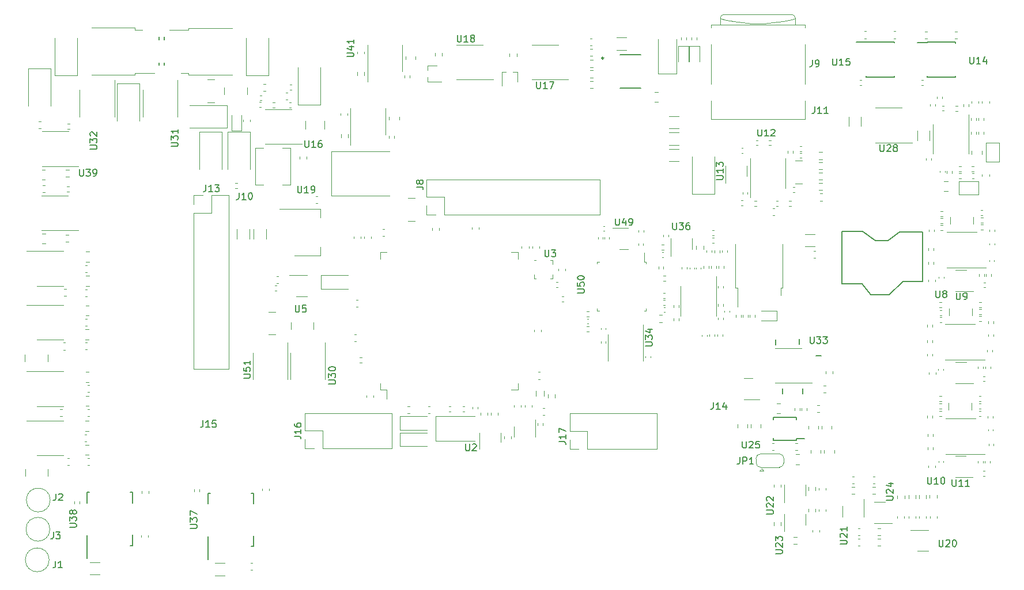
<source format=gbr>
%TF.GenerationSoftware,KiCad,Pcbnew,7.0.1*%
%TF.CreationDate,2024-06-21T03:41:51+03:00*%
%TF.ProjectId,ECUGDI,45435547-4449-42e6-9b69-6361645f7063,rev?*%
%TF.SameCoordinates,Original*%
%TF.FileFunction,Legend,Top*%
%TF.FilePolarity,Positive*%
%FSLAX46Y46*%
G04 Gerber Fmt 4.6, Leading zero omitted, Abs format (unit mm)*
G04 Created by KiCad (PCBNEW 7.0.1) date 2024-06-21 03:41:51*
%MOMM*%
%LPD*%
G01*
G04 APERTURE LIST*
%ADD10C,0.150000*%
%ADD11C,0.200000*%
%ADD12C,0.120000*%
%ADD13C,0.203200*%
%ADD14C,0.250000*%
G04 APERTURE END LIST*
D10*
X192500000Y-83750000D02*
X191150000Y-82150000D01*
X188250000Y-74450000D02*
X188700000Y-74450000D01*
X191150000Y-82150000D02*
X188250000Y-82150000D01*
X193100000Y-75800000D02*
X195000000Y-75800000D01*
X195175000Y-83750000D02*
X197225000Y-81800000D01*
X196700000Y-74500000D02*
X200050000Y-74500000D01*
X188700000Y-74450000D02*
X191300000Y-74450000D01*
X195175000Y-83750000D02*
X192475000Y-83750000D01*
X200075000Y-81800000D02*
X197225000Y-81800000D01*
X191300000Y-74450000D02*
X193100000Y-75800000D01*
X195000000Y-75800000D02*
X196700000Y-74500000D01*
X200050000Y-79750000D02*
X200100000Y-81800000D01*
X200050000Y-74500000D02*
X200050000Y-79750000D01*
X188250000Y-82150000D02*
X188250000Y-74450000D01*
%TO.C,J15*%
X94340476Y-102248119D02*
X94340476Y-102962404D01*
X94340476Y-102962404D02*
X94292857Y-103105261D01*
X94292857Y-103105261D02*
X94197619Y-103200500D01*
X94197619Y-103200500D02*
X94054762Y-103248119D01*
X94054762Y-103248119D02*
X93959524Y-103248119D01*
X95340476Y-103248119D02*
X94769048Y-103248119D01*
X95054762Y-103248119D02*
X95054762Y-102248119D01*
X95054762Y-102248119D02*
X94959524Y-102390976D01*
X94959524Y-102390976D02*
X94864286Y-102486214D01*
X94864286Y-102486214D02*
X94769048Y-102533833D01*
X96245238Y-102248119D02*
X95769048Y-102248119D01*
X95769048Y-102248119D02*
X95721429Y-102724309D01*
X95721429Y-102724309D02*
X95769048Y-102676690D01*
X95769048Y-102676690D02*
X95864286Y-102629071D01*
X95864286Y-102629071D02*
X96102381Y-102629071D01*
X96102381Y-102629071D02*
X96197619Y-102676690D01*
X96197619Y-102676690D02*
X96245238Y-102724309D01*
X96245238Y-102724309D02*
X96292857Y-102819547D01*
X96292857Y-102819547D02*
X96292857Y-103057642D01*
X96292857Y-103057642D02*
X96245238Y-103152880D01*
X96245238Y-103152880D02*
X96197619Y-103200500D01*
X96197619Y-103200500D02*
X96102381Y-103248119D01*
X96102381Y-103248119D02*
X95864286Y-103248119D01*
X95864286Y-103248119D02*
X95769048Y-103200500D01*
X95769048Y-103200500D02*
X95721429Y-103152880D01*
%TO.C,J14*%
X169340476Y-99598119D02*
X169340476Y-100312404D01*
X169340476Y-100312404D02*
X169292857Y-100455261D01*
X169292857Y-100455261D02*
X169197619Y-100550500D01*
X169197619Y-100550500D02*
X169054762Y-100598119D01*
X169054762Y-100598119D02*
X168959524Y-100598119D01*
X170340476Y-100598119D02*
X169769048Y-100598119D01*
X170054762Y-100598119D02*
X170054762Y-99598119D01*
X170054762Y-99598119D02*
X169959524Y-99740976D01*
X169959524Y-99740976D02*
X169864286Y-99836214D01*
X169864286Y-99836214D02*
X169769048Y-99883833D01*
X171197619Y-99931452D02*
X171197619Y-100598119D01*
X170959524Y-99550500D02*
X170721429Y-100264785D01*
X170721429Y-100264785D02*
X171340476Y-100264785D01*
%TO.C,J11*%
X184240476Y-56098119D02*
X184240476Y-56812404D01*
X184240476Y-56812404D02*
X184192857Y-56955261D01*
X184192857Y-56955261D02*
X184097619Y-57050500D01*
X184097619Y-57050500D02*
X183954762Y-57098119D01*
X183954762Y-57098119D02*
X183859524Y-57098119D01*
X185240476Y-57098119D02*
X184669048Y-57098119D01*
X184954762Y-57098119D02*
X184954762Y-56098119D01*
X184954762Y-56098119D02*
X184859524Y-56240976D01*
X184859524Y-56240976D02*
X184764286Y-56336214D01*
X184764286Y-56336214D02*
X184669048Y-56383833D01*
X186192857Y-57098119D02*
X185621429Y-57098119D01*
X185907143Y-57098119D02*
X185907143Y-56098119D01*
X185907143Y-56098119D02*
X185811905Y-56240976D01*
X185811905Y-56240976D02*
X185716667Y-56336214D01*
X185716667Y-56336214D02*
X185621429Y-56383833D01*
%TO.C,J10*%
X99640476Y-68748119D02*
X99640476Y-69462404D01*
X99640476Y-69462404D02*
X99592857Y-69605261D01*
X99592857Y-69605261D02*
X99497619Y-69700500D01*
X99497619Y-69700500D02*
X99354762Y-69748119D01*
X99354762Y-69748119D02*
X99259524Y-69748119D01*
X100640476Y-69748119D02*
X100069048Y-69748119D01*
X100354762Y-69748119D02*
X100354762Y-68748119D01*
X100354762Y-68748119D02*
X100259524Y-68890976D01*
X100259524Y-68890976D02*
X100164286Y-68986214D01*
X100164286Y-68986214D02*
X100069048Y-69033833D01*
X101259524Y-68748119D02*
X101354762Y-68748119D01*
X101354762Y-68748119D02*
X101450000Y-68795738D01*
X101450000Y-68795738D02*
X101497619Y-68843357D01*
X101497619Y-68843357D02*
X101545238Y-68938595D01*
X101545238Y-68938595D02*
X101592857Y-69129071D01*
X101592857Y-69129071D02*
X101592857Y-69367166D01*
X101592857Y-69367166D02*
X101545238Y-69557642D01*
X101545238Y-69557642D02*
X101497619Y-69652880D01*
X101497619Y-69652880D02*
X101450000Y-69700500D01*
X101450000Y-69700500D02*
X101354762Y-69748119D01*
X101354762Y-69748119D02*
X101259524Y-69748119D01*
X101259524Y-69748119D02*
X101164286Y-69700500D01*
X101164286Y-69700500D02*
X101116667Y-69652880D01*
X101116667Y-69652880D02*
X101069048Y-69557642D01*
X101069048Y-69557642D02*
X101021429Y-69367166D01*
X101021429Y-69367166D02*
X101021429Y-69129071D01*
X101021429Y-69129071D02*
X101069048Y-68938595D01*
X101069048Y-68938595D02*
X101116667Y-68843357D01*
X101116667Y-68843357D02*
X101164286Y-68795738D01*
X101164286Y-68795738D02*
X101259524Y-68748119D01*
%TO.C,U51*%
X100312619Y-95988094D02*
X101122142Y-95988094D01*
X101122142Y-95988094D02*
X101217380Y-95940475D01*
X101217380Y-95940475D02*
X101265000Y-95892856D01*
X101265000Y-95892856D02*
X101312619Y-95797618D01*
X101312619Y-95797618D02*
X101312619Y-95607142D01*
X101312619Y-95607142D02*
X101265000Y-95511904D01*
X101265000Y-95511904D02*
X101217380Y-95464285D01*
X101217380Y-95464285D02*
X101122142Y-95416666D01*
X101122142Y-95416666D02*
X100312619Y-95416666D01*
X100312619Y-94464285D02*
X100312619Y-94940475D01*
X100312619Y-94940475D02*
X100788809Y-94988094D01*
X100788809Y-94988094D02*
X100741190Y-94940475D01*
X100741190Y-94940475D02*
X100693571Y-94845237D01*
X100693571Y-94845237D02*
X100693571Y-94607142D01*
X100693571Y-94607142D02*
X100741190Y-94511904D01*
X100741190Y-94511904D02*
X100788809Y-94464285D01*
X100788809Y-94464285D02*
X100884047Y-94416666D01*
X100884047Y-94416666D02*
X101122142Y-94416666D01*
X101122142Y-94416666D02*
X101217380Y-94464285D01*
X101217380Y-94464285D02*
X101265000Y-94511904D01*
X101265000Y-94511904D02*
X101312619Y-94607142D01*
X101312619Y-94607142D02*
X101312619Y-94845237D01*
X101312619Y-94845237D02*
X101265000Y-94940475D01*
X101265000Y-94940475D02*
X101217380Y-94988094D01*
X101312619Y-93464285D02*
X101312619Y-94035713D01*
X101312619Y-93749999D02*
X100312619Y-93749999D01*
X100312619Y-93749999D02*
X100455476Y-93845237D01*
X100455476Y-93845237D02*
X100550714Y-93940475D01*
X100550714Y-93940475D02*
X100598333Y-94035713D01*
%TO.C,J3*%
X72366666Y-118662619D02*
X72366666Y-119376904D01*
X72366666Y-119376904D02*
X72319047Y-119519761D01*
X72319047Y-119519761D02*
X72223809Y-119615000D01*
X72223809Y-119615000D02*
X72080952Y-119662619D01*
X72080952Y-119662619D02*
X71985714Y-119662619D01*
X72747619Y-118662619D02*
X73366666Y-118662619D01*
X73366666Y-118662619D02*
X73033333Y-119043571D01*
X73033333Y-119043571D02*
X73176190Y-119043571D01*
X73176190Y-119043571D02*
X73271428Y-119091190D01*
X73271428Y-119091190D02*
X73319047Y-119138809D01*
X73319047Y-119138809D02*
X73366666Y-119234047D01*
X73366666Y-119234047D02*
X73366666Y-119472142D01*
X73366666Y-119472142D02*
X73319047Y-119567380D01*
X73319047Y-119567380D02*
X73271428Y-119615000D01*
X73271428Y-119615000D02*
X73176190Y-119662619D01*
X73176190Y-119662619D02*
X72890476Y-119662619D01*
X72890476Y-119662619D02*
X72795238Y-119615000D01*
X72795238Y-119615000D02*
X72747619Y-119567380D01*
%TO.C,U17*%
X143361905Y-52412619D02*
X143361905Y-53222142D01*
X143361905Y-53222142D02*
X143409524Y-53317380D01*
X143409524Y-53317380D02*
X143457143Y-53365000D01*
X143457143Y-53365000D02*
X143552381Y-53412619D01*
X143552381Y-53412619D02*
X143742857Y-53412619D01*
X143742857Y-53412619D02*
X143838095Y-53365000D01*
X143838095Y-53365000D02*
X143885714Y-53317380D01*
X143885714Y-53317380D02*
X143933333Y-53222142D01*
X143933333Y-53222142D02*
X143933333Y-52412619D01*
X144933333Y-53412619D02*
X144361905Y-53412619D01*
X144647619Y-53412619D02*
X144647619Y-52412619D01*
X144647619Y-52412619D02*
X144552381Y-52555476D01*
X144552381Y-52555476D02*
X144457143Y-52650714D01*
X144457143Y-52650714D02*
X144361905Y-52698333D01*
X145266667Y-52412619D02*
X145933333Y-52412619D01*
X145933333Y-52412619D02*
X145504762Y-53412619D01*
%TO.C,U32*%
X77762619Y-62338094D02*
X78572142Y-62338094D01*
X78572142Y-62338094D02*
X78667380Y-62290475D01*
X78667380Y-62290475D02*
X78715000Y-62242856D01*
X78715000Y-62242856D02*
X78762619Y-62147618D01*
X78762619Y-62147618D02*
X78762619Y-61957142D01*
X78762619Y-61957142D02*
X78715000Y-61861904D01*
X78715000Y-61861904D02*
X78667380Y-61814285D01*
X78667380Y-61814285D02*
X78572142Y-61766666D01*
X78572142Y-61766666D02*
X77762619Y-61766666D01*
X77762619Y-61385713D02*
X77762619Y-60766666D01*
X77762619Y-60766666D02*
X78143571Y-61099999D01*
X78143571Y-61099999D02*
X78143571Y-60957142D01*
X78143571Y-60957142D02*
X78191190Y-60861904D01*
X78191190Y-60861904D02*
X78238809Y-60814285D01*
X78238809Y-60814285D02*
X78334047Y-60766666D01*
X78334047Y-60766666D02*
X78572142Y-60766666D01*
X78572142Y-60766666D02*
X78667380Y-60814285D01*
X78667380Y-60814285D02*
X78715000Y-60861904D01*
X78715000Y-60861904D02*
X78762619Y-60957142D01*
X78762619Y-60957142D02*
X78762619Y-61242856D01*
X78762619Y-61242856D02*
X78715000Y-61338094D01*
X78715000Y-61338094D02*
X78667380Y-61385713D01*
X77857857Y-60385713D02*
X77810238Y-60338094D01*
X77810238Y-60338094D02*
X77762619Y-60242856D01*
X77762619Y-60242856D02*
X77762619Y-60004761D01*
X77762619Y-60004761D02*
X77810238Y-59909523D01*
X77810238Y-59909523D02*
X77857857Y-59861904D01*
X77857857Y-59861904D02*
X77953095Y-59814285D01*
X77953095Y-59814285D02*
X78048333Y-59814285D01*
X78048333Y-59814285D02*
X78191190Y-59861904D01*
X78191190Y-59861904D02*
X78762619Y-60433332D01*
X78762619Y-60433332D02*
X78762619Y-59814285D01*
%TO.C,U12*%
X175861905Y-59412619D02*
X175861905Y-60222142D01*
X175861905Y-60222142D02*
X175909524Y-60317380D01*
X175909524Y-60317380D02*
X175957143Y-60365000D01*
X175957143Y-60365000D02*
X176052381Y-60412619D01*
X176052381Y-60412619D02*
X176242857Y-60412619D01*
X176242857Y-60412619D02*
X176338095Y-60365000D01*
X176338095Y-60365000D02*
X176385714Y-60317380D01*
X176385714Y-60317380D02*
X176433333Y-60222142D01*
X176433333Y-60222142D02*
X176433333Y-59412619D01*
X177433333Y-60412619D02*
X176861905Y-60412619D01*
X177147619Y-60412619D02*
X177147619Y-59412619D01*
X177147619Y-59412619D02*
X177052381Y-59555476D01*
X177052381Y-59555476D02*
X176957143Y-59650714D01*
X176957143Y-59650714D02*
X176861905Y-59698333D01*
X177814286Y-59507857D02*
X177861905Y-59460238D01*
X177861905Y-59460238D02*
X177957143Y-59412619D01*
X177957143Y-59412619D02*
X178195238Y-59412619D01*
X178195238Y-59412619D02*
X178290476Y-59460238D01*
X178290476Y-59460238D02*
X178338095Y-59507857D01*
X178338095Y-59507857D02*
X178385714Y-59603095D01*
X178385714Y-59603095D02*
X178385714Y-59698333D01*
X178385714Y-59698333D02*
X178338095Y-59841190D01*
X178338095Y-59841190D02*
X177766667Y-60412619D01*
X177766667Y-60412619D02*
X178385714Y-60412619D01*
%TO.C,U18*%
X131711905Y-45562619D02*
X131711905Y-46372142D01*
X131711905Y-46372142D02*
X131759524Y-46467380D01*
X131759524Y-46467380D02*
X131807143Y-46515000D01*
X131807143Y-46515000D02*
X131902381Y-46562619D01*
X131902381Y-46562619D02*
X132092857Y-46562619D01*
X132092857Y-46562619D02*
X132188095Y-46515000D01*
X132188095Y-46515000D02*
X132235714Y-46467380D01*
X132235714Y-46467380D02*
X132283333Y-46372142D01*
X132283333Y-46372142D02*
X132283333Y-45562619D01*
X133283333Y-46562619D02*
X132711905Y-46562619D01*
X132997619Y-46562619D02*
X132997619Y-45562619D01*
X132997619Y-45562619D02*
X132902381Y-45705476D01*
X132902381Y-45705476D02*
X132807143Y-45800714D01*
X132807143Y-45800714D02*
X132711905Y-45848333D01*
X133854762Y-45991190D02*
X133759524Y-45943571D01*
X133759524Y-45943571D02*
X133711905Y-45895952D01*
X133711905Y-45895952D02*
X133664286Y-45800714D01*
X133664286Y-45800714D02*
X133664286Y-45753095D01*
X133664286Y-45753095D02*
X133711905Y-45657857D01*
X133711905Y-45657857D02*
X133759524Y-45610238D01*
X133759524Y-45610238D02*
X133854762Y-45562619D01*
X133854762Y-45562619D02*
X134045238Y-45562619D01*
X134045238Y-45562619D02*
X134140476Y-45610238D01*
X134140476Y-45610238D02*
X134188095Y-45657857D01*
X134188095Y-45657857D02*
X134235714Y-45753095D01*
X134235714Y-45753095D02*
X134235714Y-45800714D01*
X134235714Y-45800714D02*
X134188095Y-45895952D01*
X134188095Y-45895952D02*
X134140476Y-45943571D01*
X134140476Y-45943571D02*
X134045238Y-45991190D01*
X134045238Y-45991190D02*
X133854762Y-45991190D01*
X133854762Y-45991190D02*
X133759524Y-46038809D01*
X133759524Y-46038809D02*
X133711905Y-46086428D01*
X133711905Y-46086428D02*
X133664286Y-46181666D01*
X133664286Y-46181666D02*
X133664286Y-46372142D01*
X133664286Y-46372142D02*
X133711905Y-46467380D01*
X133711905Y-46467380D02*
X133759524Y-46515000D01*
X133759524Y-46515000D02*
X133854762Y-46562619D01*
X133854762Y-46562619D02*
X134045238Y-46562619D01*
X134045238Y-46562619D02*
X134140476Y-46515000D01*
X134140476Y-46515000D02*
X134188095Y-46467380D01*
X134188095Y-46467380D02*
X134235714Y-46372142D01*
X134235714Y-46372142D02*
X134235714Y-46181666D01*
X134235714Y-46181666D02*
X134188095Y-46086428D01*
X134188095Y-46086428D02*
X134140476Y-46038809D01*
X134140476Y-46038809D02*
X134045238Y-45991190D01*
%TO.C,U31*%
X89662619Y-61938094D02*
X90472142Y-61938094D01*
X90472142Y-61938094D02*
X90567380Y-61890475D01*
X90567380Y-61890475D02*
X90615000Y-61842856D01*
X90615000Y-61842856D02*
X90662619Y-61747618D01*
X90662619Y-61747618D02*
X90662619Y-61557142D01*
X90662619Y-61557142D02*
X90615000Y-61461904D01*
X90615000Y-61461904D02*
X90567380Y-61414285D01*
X90567380Y-61414285D02*
X90472142Y-61366666D01*
X90472142Y-61366666D02*
X89662619Y-61366666D01*
X89662619Y-60985713D02*
X89662619Y-60366666D01*
X89662619Y-60366666D02*
X90043571Y-60699999D01*
X90043571Y-60699999D02*
X90043571Y-60557142D01*
X90043571Y-60557142D02*
X90091190Y-60461904D01*
X90091190Y-60461904D02*
X90138809Y-60414285D01*
X90138809Y-60414285D02*
X90234047Y-60366666D01*
X90234047Y-60366666D02*
X90472142Y-60366666D01*
X90472142Y-60366666D02*
X90567380Y-60414285D01*
X90567380Y-60414285D02*
X90615000Y-60461904D01*
X90615000Y-60461904D02*
X90662619Y-60557142D01*
X90662619Y-60557142D02*
X90662619Y-60842856D01*
X90662619Y-60842856D02*
X90615000Y-60938094D01*
X90615000Y-60938094D02*
X90567380Y-60985713D01*
X90662619Y-59414285D02*
X90662619Y-59985713D01*
X90662619Y-59699999D02*
X89662619Y-59699999D01*
X89662619Y-59699999D02*
X89805476Y-59795237D01*
X89805476Y-59795237D02*
X89900714Y-59890475D01*
X89900714Y-59890475D02*
X89948333Y-59985713D01*
%TO.C,U25*%
X173611905Y-105312619D02*
X173611905Y-106122142D01*
X173611905Y-106122142D02*
X173659524Y-106217380D01*
X173659524Y-106217380D02*
X173707143Y-106265000D01*
X173707143Y-106265000D02*
X173802381Y-106312619D01*
X173802381Y-106312619D02*
X173992857Y-106312619D01*
X173992857Y-106312619D02*
X174088095Y-106265000D01*
X174088095Y-106265000D02*
X174135714Y-106217380D01*
X174135714Y-106217380D02*
X174183333Y-106122142D01*
X174183333Y-106122142D02*
X174183333Y-105312619D01*
X174611905Y-105407857D02*
X174659524Y-105360238D01*
X174659524Y-105360238D02*
X174754762Y-105312619D01*
X174754762Y-105312619D02*
X174992857Y-105312619D01*
X174992857Y-105312619D02*
X175088095Y-105360238D01*
X175088095Y-105360238D02*
X175135714Y-105407857D01*
X175135714Y-105407857D02*
X175183333Y-105503095D01*
X175183333Y-105503095D02*
X175183333Y-105598333D01*
X175183333Y-105598333D02*
X175135714Y-105741190D01*
X175135714Y-105741190D02*
X174564286Y-106312619D01*
X174564286Y-106312619D02*
X175183333Y-106312619D01*
X176088095Y-105312619D02*
X175611905Y-105312619D01*
X175611905Y-105312619D02*
X175564286Y-105788809D01*
X175564286Y-105788809D02*
X175611905Y-105741190D01*
X175611905Y-105741190D02*
X175707143Y-105693571D01*
X175707143Y-105693571D02*
X175945238Y-105693571D01*
X175945238Y-105693571D02*
X176040476Y-105741190D01*
X176040476Y-105741190D02*
X176088095Y-105788809D01*
X176088095Y-105788809D02*
X176135714Y-105884047D01*
X176135714Y-105884047D02*
X176135714Y-106122142D01*
X176135714Y-106122142D02*
X176088095Y-106217380D01*
X176088095Y-106217380D02*
X176040476Y-106265000D01*
X176040476Y-106265000D02*
X175945238Y-106312619D01*
X175945238Y-106312619D02*
X175707143Y-106312619D01*
X175707143Y-106312619D02*
X175611905Y-106265000D01*
X175611905Y-106265000D02*
X175564286Y-106217380D01*
%TO.C,U21*%
X187962619Y-120438094D02*
X188772142Y-120438094D01*
X188772142Y-120438094D02*
X188867380Y-120390475D01*
X188867380Y-120390475D02*
X188915000Y-120342856D01*
X188915000Y-120342856D02*
X188962619Y-120247618D01*
X188962619Y-120247618D02*
X188962619Y-120057142D01*
X188962619Y-120057142D02*
X188915000Y-119961904D01*
X188915000Y-119961904D02*
X188867380Y-119914285D01*
X188867380Y-119914285D02*
X188772142Y-119866666D01*
X188772142Y-119866666D02*
X187962619Y-119866666D01*
X188057857Y-119438094D02*
X188010238Y-119390475D01*
X188010238Y-119390475D02*
X187962619Y-119295237D01*
X187962619Y-119295237D02*
X187962619Y-119057142D01*
X187962619Y-119057142D02*
X188010238Y-118961904D01*
X188010238Y-118961904D02*
X188057857Y-118914285D01*
X188057857Y-118914285D02*
X188153095Y-118866666D01*
X188153095Y-118866666D02*
X188248333Y-118866666D01*
X188248333Y-118866666D02*
X188391190Y-118914285D01*
X188391190Y-118914285D02*
X188962619Y-119485713D01*
X188962619Y-119485713D02*
X188962619Y-118866666D01*
X188962619Y-117914285D02*
X188962619Y-118485713D01*
X188962619Y-118199999D02*
X187962619Y-118199999D01*
X187962619Y-118199999D02*
X188105476Y-118295237D01*
X188105476Y-118295237D02*
X188200714Y-118390475D01*
X188200714Y-118390475D02*
X188248333Y-118485713D01*
%TO.C,J1*%
X72666666Y-122912619D02*
X72666666Y-123626904D01*
X72666666Y-123626904D02*
X72619047Y-123769761D01*
X72619047Y-123769761D02*
X72523809Y-123865000D01*
X72523809Y-123865000D02*
X72380952Y-123912619D01*
X72380952Y-123912619D02*
X72285714Y-123912619D01*
X73666666Y-123912619D02*
X73095238Y-123912619D01*
X73380952Y-123912619D02*
X73380952Y-122912619D01*
X73380952Y-122912619D02*
X73285714Y-123055476D01*
X73285714Y-123055476D02*
X73190476Y-123150714D01*
X73190476Y-123150714D02*
X73095238Y-123198333D01*
%TO.C,JP1*%
X173216666Y-107662619D02*
X173216666Y-108376904D01*
X173216666Y-108376904D02*
X173169047Y-108519761D01*
X173169047Y-108519761D02*
X173073809Y-108615000D01*
X173073809Y-108615000D02*
X172930952Y-108662619D01*
X172930952Y-108662619D02*
X172835714Y-108662619D01*
X173692857Y-108662619D02*
X173692857Y-107662619D01*
X173692857Y-107662619D02*
X174073809Y-107662619D01*
X174073809Y-107662619D02*
X174169047Y-107710238D01*
X174169047Y-107710238D02*
X174216666Y-107757857D01*
X174216666Y-107757857D02*
X174264285Y-107853095D01*
X174264285Y-107853095D02*
X174264285Y-107995952D01*
X174264285Y-107995952D02*
X174216666Y-108091190D01*
X174216666Y-108091190D02*
X174169047Y-108138809D01*
X174169047Y-108138809D02*
X174073809Y-108186428D01*
X174073809Y-108186428D02*
X173692857Y-108186428D01*
X175216666Y-108662619D02*
X174645238Y-108662619D01*
X174930952Y-108662619D02*
X174930952Y-107662619D01*
X174930952Y-107662619D02*
X174835714Y-107805476D01*
X174835714Y-107805476D02*
X174740476Y-107900714D01*
X174740476Y-107900714D02*
X174645238Y-107948333D01*
%TO.C,U10*%
X200811905Y-110612619D02*
X200811905Y-111422142D01*
X200811905Y-111422142D02*
X200859524Y-111517380D01*
X200859524Y-111517380D02*
X200907143Y-111565000D01*
X200907143Y-111565000D02*
X201002381Y-111612619D01*
X201002381Y-111612619D02*
X201192857Y-111612619D01*
X201192857Y-111612619D02*
X201288095Y-111565000D01*
X201288095Y-111565000D02*
X201335714Y-111517380D01*
X201335714Y-111517380D02*
X201383333Y-111422142D01*
X201383333Y-111422142D02*
X201383333Y-110612619D01*
X202383333Y-111612619D02*
X201811905Y-111612619D01*
X202097619Y-111612619D02*
X202097619Y-110612619D01*
X202097619Y-110612619D02*
X202002381Y-110755476D01*
X202002381Y-110755476D02*
X201907143Y-110850714D01*
X201907143Y-110850714D02*
X201811905Y-110898333D01*
X203002381Y-110612619D02*
X203097619Y-110612619D01*
X203097619Y-110612619D02*
X203192857Y-110660238D01*
X203192857Y-110660238D02*
X203240476Y-110707857D01*
X203240476Y-110707857D02*
X203288095Y-110803095D01*
X203288095Y-110803095D02*
X203335714Y-110993571D01*
X203335714Y-110993571D02*
X203335714Y-111231666D01*
X203335714Y-111231666D02*
X203288095Y-111422142D01*
X203288095Y-111422142D02*
X203240476Y-111517380D01*
X203240476Y-111517380D02*
X203192857Y-111565000D01*
X203192857Y-111565000D02*
X203097619Y-111612619D01*
X203097619Y-111612619D02*
X203002381Y-111612619D01*
X203002381Y-111612619D02*
X202907143Y-111565000D01*
X202907143Y-111565000D02*
X202859524Y-111517380D01*
X202859524Y-111517380D02*
X202811905Y-111422142D01*
X202811905Y-111422142D02*
X202764286Y-111231666D01*
X202764286Y-111231666D02*
X202764286Y-110993571D01*
X202764286Y-110993571D02*
X202811905Y-110803095D01*
X202811905Y-110803095D02*
X202859524Y-110707857D01*
X202859524Y-110707857D02*
X202907143Y-110660238D01*
X202907143Y-110660238D02*
X203002381Y-110612619D01*
%TO.C,U38*%
X74752619Y-117963094D02*
X75562142Y-117963094D01*
X75562142Y-117963094D02*
X75657380Y-117915475D01*
X75657380Y-117915475D02*
X75705000Y-117867856D01*
X75705000Y-117867856D02*
X75752619Y-117772618D01*
X75752619Y-117772618D02*
X75752619Y-117582142D01*
X75752619Y-117582142D02*
X75705000Y-117486904D01*
X75705000Y-117486904D02*
X75657380Y-117439285D01*
X75657380Y-117439285D02*
X75562142Y-117391666D01*
X75562142Y-117391666D02*
X74752619Y-117391666D01*
X74752619Y-117010713D02*
X74752619Y-116391666D01*
X74752619Y-116391666D02*
X75133571Y-116724999D01*
X75133571Y-116724999D02*
X75133571Y-116582142D01*
X75133571Y-116582142D02*
X75181190Y-116486904D01*
X75181190Y-116486904D02*
X75228809Y-116439285D01*
X75228809Y-116439285D02*
X75324047Y-116391666D01*
X75324047Y-116391666D02*
X75562142Y-116391666D01*
X75562142Y-116391666D02*
X75657380Y-116439285D01*
X75657380Y-116439285D02*
X75705000Y-116486904D01*
X75705000Y-116486904D02*
X75752619Y-116582142D01*
X75752619Y-116582142D02*
X75752619Y-116867856D01*
X75752619Y-116867856D02*
X75705000Y-116963094D01*
X75705000Y-116963094D02*
X75657380Y-117010713D01*
X75181190Y-115820237D02*
X75133571Y-115915475D01*
X75133571Y-115915475D02*
X75085952Y-115963094D01*
X75085952Y-115963094D02*
X74990714Y-116010713D01*
X74990714Y-116010713D02*
X74943095Y-116010713D01*
X74943095Y-116010713D02*
X74847857Y-115963094D01*
X74847857Y-115963094D02*
X74800238Y-115915475D01*
X74800238Y-115915475D02*
X74752619Y-115820237D01*
X74752619Y-115820237D02*
X74752619Y-115629761D01*
X74752619Y-115629761D02*
X74800238Y-115534523D01*
X74800238Y-115534523D02*
X74847857Y-115486904D01*
X74847857Y-115486904D02*
X74943095Y-115439285D01*
X74943095Y-115439285D02*
X74990714Y-115439285D01*
X74990714Y-115439285D02*
X75085952Y-115486904D01*
X75085952Y-115486904D02*
X75133571Y-115534523D01*
X75133571Y-115534523D02*
X75181190Y-115629761D01*
X75181190Y-115629761D02*
X75181190Y-115820237D01*
X75181190Y-115820237D02*
X75228809Y-115915475D01*
X75228809Y-115915475D02*
X75276428Y-115963094D01*
X75276428Y-115963094D02*
X75371666Y-116010713D01*
X75371666Y-116010713D02*
X75562142Y-116010713D01*
X75562142Y-116010713D02*
X75657380Y-115963094D01*
X75657380Y-115963094D02*
X75705000Y-115915475D01*
X75705000Y-115915475D02*
X75752619Y-115820237D01*
X75752619Y-115820237D02*
X75752619Y-115629761D01*
X75752619Y-115629761D02*
X75705000Y-115534523D01*
X75705000Y-115534523D02*
X75657380Y-115486904D01*
X75657380Y-115486904D02*
X75562142Y-115439285D01*
X75562142Y-115439285D02*
X75371666Y-115439285D01*
X75371666Y-115439285D02*
X75276428Y-115486904D01*
X75276428Y-115486904D02*
X75228809Y-115534523D01*
X75228809Y-115534523D02*
X75181190Y-115629761D01*
%TO.C,J13*%
X94770476Y-67582619D02*
X94770476Y-68296904D01*
X94770476Y-68296904D02*
X94722857Y-68439761D01*
X94722857Y-68439761D02*
X94627619Y-68535000D01*
X94627619Y-68535000D02*
X94484762Y-68582619D01*
X94484762Y-68582619D02*
X94389524Y-68582619D01*
X95770476Y-68582619D02*
X95199048Y-68582619D01*
X95484762Y-68582619D02*
X95484762Y-67582619D01*
X95484762Y-67582619D02*
X95389524Y-67725476D01*
X95389524Y-67725476D02*
X95294286Y-67820714D01*
X95294286Y-67820714D02*
X95199048Y-67868333D01*
X96103810Y-67582619D02*
X96722857Y-67582619D01*
X96722857Y-67582619D02*
X96389524Y-67963571D01*
X96389524Y-67963571D02*
X96532381Y-67963571D01*
X96532381Y-67963571D02*
X96627619Y-68011190D01*
X96627619Y-68011190D02*
X96675238Y-68058809D01*
X96675238Y-68058809D02*
X96722857Y-68154047D01*
X96722857Y-68154047D02*
X96722857Y-68392142D01*
X96722857Y-68392142D02*
X96675238Y-68487380D01*
X96675238Y-68487380D02*
X96627619Y-68535000D01*
X96627619Y-68535000D02*
X96532381Y-68582619D01*
X96532381Y-68582619D02*
X96246667Y-68582619D01*
X96246667Y-68582619D02*
X96151429Y-68535000D01*
X96151429Y-68535000D02*
X96103810Y-68487380D01*
%TO.C,U30*%
X112812619Y-96888094D02*
X113622142Y-96888094D01*
X113622142Y-96888094D02*
X113717380Y-96840475D01*
X113717380Y-96840475D02*
X113765000Y-96792856D01*
X113765000Y-96792856D02*
X113812619Y-96697618D01*
X113812619Y-96697618D02*
X113812619Y-96507142D01*
X113812619Y-96507142D02*
X113765000Y-96411904D01*
X113765000Y-96411904D02*
X113717380Y-96364285D01*
X113717380Y-96364285D02*
X113622142Y-96316666D01*
X113622142Y-96316666D02*
X112812619Y-96316666D01*
X112812619Y-95935713D02*
X112812619Y-95316666D01*
X112812619Y-95316666D02*
X113193571Y-95649999D01*
X113193571Y-95649999D02*
X113193571Y-95507142D01*
X113193571Y-95507142D02*
X113241190Y-95411904D01*
X113241190Y-95411904D02*
X113288809Y-95364285D01*
X113288809Y-95364285D02*
X113384047Y-95316666D01*
X113384047Y-95316666D02*
X113622142Y-95316666D01*
X113622142Y-95316666D02*
X113717380Y-95364285D01*
X113717380Y-95364285D02*
X113765000Y-95411904D01*
X113765000Y-95411904D02*
X113812619Y-95507142D01*
X113812619Y-95507142D02*
X113812619Y-95792856D01*
X113812619Y-95792856D02*
X113765000Y-95888094D01*
X113765000Y-95888094D02*
X113717380Y-95935713D01*
X112812619Y-94697618D02*
X112812619Y-94602380D01*
X112812619Y-94602380D02*
X112860238Y-94507142D01*
X112860238Y-94507142D02*
X112907857Y-94459523D01*
X112907857Y-94459523D02*
X113003095Y-94411904D01*
X113003095Y-94411904D02*
X113193571Y-94364285D01*
X113193571Y-94364285D02*
X113431666Y-94364285D01*
X113431666Y-94364285D02*
X113622142Y-94411904D01*
X113622142Y-94411904D02*
X113717380Y-94459523D01*
X113717380Y-94459523D02*
X113765000Y-94507142D01*
X113765000Y-94507142D02*
X113812619Y-94602380D01*
X113812619Y-94602380D02*
X113812619Y-94697618D01*
X113812619Y-94697618D02*
X113765000Y-94792856D01*
X113765000Y-94792856D02*
X113717380Y-94840475D01*
X113717380Y-94840475D02*
X113622142Y-94888094D01*
X113622142Y-94888094D02*
X113431666Y-94935713D01*
X113431666Y-94935713D02*
X113193571Y-94935713D01*
X113193571Y-94935713D02*
X113003095Y-94888094D01*
X113003095Y-94888094D02*
X112907857Y-94840475D01*
X112907857Y-94840475D02*
X112860238Y-94792856D01*
X112860238Y-94792856D02*
X112812619Y-94697618D01*
%TO.C,J8*%
X125712619Y-67883333D02*
X126426904Y-67883333D01*
X126426904Y-67883333D02*
X126569761Y-67930952D01*
X126569761Y-67930952D02*
X126665000Y-68026190D01*
X126665000Y-68026190D02*
X126712619Y-68169047D01*
X126712619Y-68169047D02*
X126712619Y-68264285D01*
X126141190Y-67264285D02*
X126093571Y-67359523D01*
X126093571Y-67359523D02*
X126045952Y-67407142D01*
X126045952Y-67407142D02*
X125950714Y-67454761D01*
X125950714Y-67454761D02*
X125903095Y-67454761D01*
X125903095Y-67454761D02*
X125807857Y-67407142D01*
X125807857Y-67407142D02*
X125760238Y-67359523D01*
X125760238Y-67359523D02*
X125712619Y-67264285D01*
X125712619Y-67264285D02*
X125712619Y-67073809D01*
X125712619Y-67073809D02*
X125760238Y-66978571D01*
X125760238Y-66978571D02*
X125807857Y-66930952D01*
X125807857Y-66930952D02*
X125903095Y-66883333D01*
X125903095Y-66883333D02*
X125950714Y-66883333D01*
X125950714Y-66883333D02*
X126045952Y-66930952D01*
X126045952Y-66930952D02*
X126093571Y-66978571D01*
X126093571Y-66978571D02*
X126141190Y-67073809D01*
X126141190Y-67073809D02*
X126141190Y-67264285D01*
X126141190Y-67264285D02*
X126188809Y-67359523D01*
X126188809Y-67359523D02*
X126236428Y-67407142D01*
X126236428Y-67407142D02*
X126331666Y-67454761D01*
X126331666Y-67454761D02*
X126522142Y-67454761D01*
X126522142Y-67454761D02*
X126617380Y-67407142D01*
X126617380Y-67407142D02*
X126665000Y-67359523D01*
X126665000Y-67359523D02*
X126712619Y-67264285D01*
X126712619Y-67264285D02*
X126712619Y-67073809D01*
X126712619Y-67073809D02*
X126665000Y-66978571D01*
X126665000Y-66978571D02*
X126617380Y-66930952D01*
X126617380Y-66930952D02*
X126522142Y-66883333D01*
X126522142Y-66883333D02*
X126331666Y-66883333D01*
X126331666Y-66883333D02*
X126236428Y-66930952D01*
X126236428Y-66930952D02*
X126188809Y-66978571D01*
X126188809Y-66978571D02*
X126141190Y-67073809D01*
%TO.C,U22*%
X177162619Y-115988094D02*
X177972142Y-115988094D01*
X177972142Y-115988094D02*
X178067380Y-115940475D01*
X178067380Y-115940475D02*
X178115000Y-115892856D01*
X178115000Y-115892856D02*
X178162619Y-115797618D01*
X178162619Y-115797618D02*
X178162619Y-115607142D01*
X178162619Y-115607142D02*
X178115000Y-115511904D01*
X178115000Y-115511904D02*
X178067380Y-115464285D01*
X178067380Y-115464285D02*
X177972142Y-115416666D01*
X177972142Y-115416666D02*
X177162619Y-115416666D01*
X177257857Y-114988094D02*
X177210238Y-114940475D01*
X177210238Y-114940475D02*
X177162619Y-114845237D01*
X177162619Y-114845237D02*
X177162619Y-114607142D01*
X177162619Y-114607142D02*
X177210238Y-114511904D01*
X177210238Y-114511904D02*
X177257857Y-114464285D01*
X177257857Y-114464285D02*
X177353095Y-114416666D01*
X177353095Y-114416666D02*
X177448333Y-114416666D01*
X177448333Y-114416666D02*
X177591190Y-114464285D01*
X177591190Y-114464285D02*
X178162619Y-115035713D01*
X178162619Y-115035713D02*
X178162619Y-114416666D01*
X177257857Y-114035713D02*
X177210238Y-113988094D01*
X177210238Y-113988094D02*
X177162619Y-113892856D01*
X177162619Y-113892856D02*
X177162619Y-113654761D01*
X177162619Y-113654761D02*
X177210238Y-113559523D01*
X177210238Y-113559523D02*
X177257857Y-113511904D01*
X177257857Y-113511904D02*
X177353095Y-113464285D01*
X177353095Y-113464285D02*
X177448333Y-113464285D01*
X177448333Y-113464285D02*
X177591190Y-113511904D01*
X177591190Y-113511904D02*
X178162619Y-114083332D01*
X178162619Y-114083332D02*
X178162619Y-113464285D01*
%TO.C,J2*%
X72716666Y-113012619D02*
X72716666Y-113726904D01*
X72716666Y-113726904D02*
X72669047Y-113869761D01*
X72669047Y-113869761D02*
X72573809Y-113965000D01*
X72573809Y-113965000D02*
X72430952Y-114012619D01*
X72430952Y-114012619D02*
X72335714Y-114012619D01*
X73145238Y-113107857D02*
X73192857Y-113060238D01*
X73192857Y-113060238D02*
X73288095Y-113012619D01*
X73288095Y-113012619D02*
X73526190Y-113012619D01*
X73526190Y-113012619D02*
X73621428Y-113060238D01*
X73621428Y-113060238D02*
X73669047Y-113107857D01*
X73669047Y-113107857D02*
X73716666Y-113203095D01*
X73716666Y-113203095D02*
X73716666Y-113298333D01*
X73716666Y-113298333D02*
X73669047Y-113441190D01*
X73669047Y-113441190D02*
X73097619Y-114012619D01*
X73097619Y-114012619D02*
X73716666Y-114012619D01*
%TO.C,U28*%
X193836905Y-61677619D02*
X193836905Y-62487142D01*
X193836905Y-62487142D02*
X193884524Y-62582380D01*
X193884524Y-62582380D02*
X193932143Y-62630000D01*
X193932143Y-62630000D02*
X194027381Y-62677619D01*
X194027381Y-62677619D02*
X194217857Y-62677619D01*
X194217857Y-62677619D02*
X194313095Y-62630000D01*
X194313095Y-62630000D02*
X194360714Y-62582380D01*
X194360714Y-62582380D02*
X194408333Y-62487142D01*
X194408333Y-62487142D02*
X194408333Y-61677619D01*
X194836905Y-61772857D02*
X194884524Y-61725238D01*
X194884524Y-61725238D02*
X194979762Y-61677619D01*
X194979762Y-61677619D02*
X195217857Y-61677619D01*
X195217857Y-61677619D02*
X195313095Y-61725238D01*
X195313095Y-61725238D02*
X195360714Y-61772857D01*
X195360714Y-61772857D02*
X195408333Y-61868095D01*
X195408333Y-61868095D02*
X195408333Y-61963333D01*
X195408333Y-61963333D02*
X195360714Y-62106190D01*
X195360714Y-62106190D02*
X194789286Y-62677619D01*
X194789286Y-62677619D02*
X195408333Y-62677619D01*
X195979762Y-62106190D02*
X195884524Y-62058571D01*
X195884524Y-62058571D02*
X195836905Y-62010952D01*
X195836905Y-62010952D02*
X195789286Y-61915714D01*
X195789286Y-61915714D02*
X195789286Y-61868095D01*
X195789286Y-61868095D02*
X195836905Y-61772857D01*
X195836905Y-61772857D02*
X195884524Y-61725238D01*
X195884524Y-61725238D02*
X195979762Y-61677619D01*
X195979762Y-61677619D02*
X196170238Y-61677619D01*
X196170238Y-61677619D02*
X196265476Y-61725238D01*
X196265476Y-61725238D02*
X196313095Y-61772857D01*
X196313095Y-61772857D02*
X196360714Y-61868095D01*
X196360714Y-61868095D02*
X196360714Y-61915714D01*
X196360714Y-61915714D02*
X196313095Y-62010952D01*
X196313095Y-62010952D02*
X196265476Y-62058571D01*
X196265476Y-62058571D02*
X196170238Y-62106190D01*
X196170238Y-62106190D02*
X195979762Y-62106190D01*
X195979762Y-62106190D02*
X195884524Y-62153809D01*
X195884524Y-62153809D02*
X195836905Y-62201428D01*
X195836905Y-62201428D02*
X195789286Y-62296666D01*
X195789286Y-62296666D02*
X195789286Y-62487142D01*
X195789286Y-62487142D02*
X195836905Y-62582380D01*
X195836905Y-62582380D02*
X195884524Y-62630000D01*
X195884524Y-62630000D02*
X195979762Y-62677619D01*
X195979762Y-62677619D02*
X196170238Y-62677619D01*
X196170238Y-62677619D02*
X196265476Y-62630000D01*
X196265476Y-62630000D02*
X196313095Y-62582380D01*
X196313095Y-62582380D02*
X196360714Y-62487142D01*
X196360714Y-62487142D02*
X196360714Y-62296666D01*
X196360714Y-62296666D02*
X196313095Y-62201428D01*
X196313095Y-62201428D02*
X196265476Y-62153809D01*
X196265476Y-62153809D02*
X196170238Y-62106190D01*
%TO.C,U33*%
X183561905Y-89912619D02*
X183561905Y-90722142D01*
X183561905Y-90722142D02*
X183609524Y-90817380D01*
X183609524Y-90817380D02*
X183657143Y-90865000D01*
X183657143Y-90865000D02*
X183752381Y-90912619D01*
X183752381Y-90912619D02*
X183942857Y-90912619D01*
X183942857Y-90912619D02*
X184038095Y-90865000D01*
X184038095Y-90865000D02*
X184085714Y-90817380D01*
X184085714Y-90817380D02*
X184133333Y-90722142D01*
X184133333Y-90722142D02*
X184133333Y-89912619D01*
X184514286Y-89912619D02*
X185133333Y-89912619D01*
X185133333Y-89912619D02*
X184800000Y-90293571D01*
X184800000Y-90293571D02*
X184942857Y-90293571D01*
X184942857Y-90293571D02*
X185038095Y-90341190D01*
X185038095Y-90341190D02*
X185085714Y-90388809D01*
X185085714Y-90388809D02*
X185133333Y-90484047D01*
X185133333Y-90484047D02*
X185133333Y-90722142D01*
X185133333Y-90722142D02*
X185085714Y-90817380D01*
X185085714Y-90817380D02*
X185038095Y-90865000D01*
X185038095Y-90865000D02*
X184942857Y-90912619D01*
X184942857Y-90912619D02*
X184657143Y-90912619D01*
X184657143Y-90912619D02*
X184561905Y-90865000D01*
X184561905Y-90865000D02*
X184514286Y-90817380D01*
X185466667Y-89912619D02*
X186085714Y-89912619D01*
X186085714Y-89912619D02*
X185752381Y-90293571D01*
X185752381Y-90293571D02*
X185895238Y-90293571D01*
X185895238Y-90293571D02*
X185990476Y-90341190D01*
X185990476Y-90341190D02*
X186038095Y-90388809D01*
X186038095Y-90388809D02*
X186085714Y-90484047D01*
X186085714Y-90484047D02*
X186085714Y-90722142D01*
X186085714Y-90722142D02*
X186038095Y-90817380D01*
X186038095Y-90817380D02*
X185990476Y-90865000D01*
X185990476Y-90865000D02*
X185895238Y-90912619D01*
X185895238Y-90912619D02*
X185609524Y-90912619D01*
X185609524Y-90912619D02*
X185514286Y-90865000D01*
X185514286Y-90865000D02*
X185466667Y-90817380D01*
%TO.C,U20*%
X202511905Y-119812619D02*
X202511905Y-120622142D01*
X202511905Y-120622142D02*
X202559524Y-120717380D01*
X202559524Y-120717380D02*
X202607143Y-120765000D01*
X202607143Y-120765000D02*
X202702381Y-120812619D01*
X202702381Y-120812619D02*
X202892857Y-120812619D01*
X202892857Y-120812619D02*
X202988095Y-120765000D01*
X202988095Y-120765000D02*
X203035714Y-120717380D01*
X203035714Y-120717380D02*
X203083333Y-120622142D01*
X203083333Y-120622142D02*
X203083333Y-119812619D01*
X203511905Y-119907857D02*
X203559524Y-119860238D01*
X203559524Y-119860238D02*
X203654762Y-119812619D01*
X203654762Y-119812619D02*
X203892857Y-119812619D01*
X203892857Y-119812619D02*
X203988095Y-119860238D01*
X203988095Y-119860238D02*
X204035714Y-119907857D01*
X204035714Y-119907857D02*
X204083333Y-120003095D01*
X204083333Y-120003095D02*
X204083333Y-120098333D01*
X204083333Y-120098333D02*
X204035714Y-120241190D01*
X204035714Y-120241190D02*
X203464286Y-120812619D01*
X203464286Y-120812619D02*
X204083333Y-120812619D01*
X204702381Y-119812619D02*
X204797619Y-119812619D01*
X204797619Y-119812619D02*
X204892857Y-119860238D01*
X204892857Y-119860238D02*
X204940476Y-119907857D01*
X204940476Y-119907857D02*
X204988095Y-120003095D01*
X204988095Y-120003095D02*
X205035714Y-120193571D01*
X205035714Y-120193571D02*
X205035714Y-120431666D01*
X205035714Y-120431666D02*
X204988095Y-120622142D01*
X204988095Y-120622142D02*
X204940476Y-120717380D01*
X204940476Y-120717380D02*
X204892857Y-120765000D01*
X204892857Y-120765000D02*
X204797619Y-120812619D01*
X204797619Y-120812619D02*
X204702381Y-120812619D01*
X204702381Y-120812619D02*
X204607143Y-120765000D01*
X204607143Y-120765000D02*
X204559524Y-120717380D01*
X204559524Y-120717380D02*
X204511905Y-120622142D01*
X204511905Y-120622142D02*
X204464286Y-120431666D01*
X204464286Y-120431666D02*
X204464286Y-120193571D01*
X204464286Y-120193571D02*
X204511905Y-120003095D01*
X204511905Y-120003095D02*
X204559524Y-119907857D01*
X204559524Y-119907857D02*
X204607143Y-119860238D01*
X204607143Y-119860238D02*
X204702381Y-119812619D01*
%TO.C,U23*%
X178462619Y-121838094D02*
X179272142Y-121838094D01*
X179272142Y-121838094D02*
X179367380Y-121790475D01*
X179367380Y-121790475D02*
X179415000Y-121742856D01*
X179415000Y-121742856D02*
X179462619Y-121647618D01*
X179462619Y-121647618D02*
X179462619Y-121457142D01*
X179462619Y-121457142D02*
X179415000Y-121361904D01*
X179415000Y-121361904D02*
X179367380Y-121314285D01*
X179367380Y-121314285D02*
X179272142Y-121266666D01*
X179272142Y-121266666D02*
X178462619Y-121266666D01*
X178557857Y-120838094D02*
X178510238Y-120790475D01*
X178510238Y-120790475D02*
X178462619Y-120695237D01*
X178462619Y-120695237D02*
X178462619Y-120457142D01*
X178462619Y-120457142D02*
X178510238Y-120361904D01*
X178510238Y-120361904D02*
X178557857Y-120314285D01*
X178557857Y-120314285D02*
X178653095Y-120266666D01*
X178653095Y-120266666D02*
X178748333Y-120266666D01*
X178748333Y-120266666D02*
X178891190Y-120314285D01*
X178891190Y-120314285D02*
X179462619Y-120885713D01*
X179462619Y-120885713D02*
X179462619Y-120266666D01*
X178462619Y-119933332D02*
X178462619Y-119314285D01*
X178462619Y-119314285D02*
X178843571Y-119647618D01*
X178843571Y-119647618D02*
X178843571Y-119504761D01*
X178843571Y-119504761D02*
X178891190Y-119409523D01*
X178891190Y-119409523D02*
X178938809Y-119361904D01*
X178938809Y-119361904D02*
X179034047Y-119314285D01*
X179034047Y-119314285D02*
X179272142Y-119314285D01*
X179272142Y-119314285D02*
X179367380Y-119361904D01*
X179367380Y-119361904D02*
X179415000Y-119409523D01*
X179415000Y-119409523D02*
X179462619Y-119504761D01*
X179462619Y-119504761D02*
X179462619Y-119790475D01*
X179462619Y-119790475D02*
X179415000Y-119885713D01*
X179415000Y-119885713D02*
X179367380Y-119933332D01*
%TO.C,U15*%
X186861905Y-49012619D02*
X186861905Y-49822142D01*
X186861905Y-49822142D02*
X186909524Y-49917380D01*
X186909524Y-49917380D02*
X186957143Y-49965000D01*
X186957143Y-49965000D02*
X187052381Y-50012619D01*
X187052381Y-50012619D02*
X187242857Y-50012619D01*
X187242857Y-50012619D02*
X187338095Y-49965000D01*
X187338095Y-49965000D02*
X187385714Y-49917380D01*
X187385714Y-49917380D02*
X187433333Y-49822142D01*
X187433333Y-49822142D02*
X187433333Y-49012619D01*
X188433333Y-50012619D02*
X187861905Y-50012619D01*
X188147619Y-50012619D02*
X188147619Y-49012619D01*
X188147619Y-49012619D02*
X188052381Y-49155476D01*
X188052381Y-49155476D02*
X187957143Y-49250714D01*
X187957143Y-49250714D02*
X187861905Y-49298333D01*
X189338095Y-49012619D02*
X188861905Y-49012619D01*
X188861905Y-49012619D02*
X188814286Y-49488809D01*
X188814286Y-49488809D02*
X188861905Y-49441190D01*
X188861905Y-49441190D02*
X188957143Y-49393571D01*
X188957143Y-49393571D02*
X189195238Y-49393571D01*
X189195238Y-49393571D02*
X189290476Y-49441190D01*
X189290476Y-49441190D02*
X189338095Y-49488809D01*
X189338095Y-49488809D02*
X189385714Y-49584047D01*
X189385714Y-49584047D02*
X189385714Y-49822142D01*
X189385714Y-49822142D02*
X189338095Y-49917380D01*
X189338095Y-49917380D02*
X189290476Y-49965000D01*
X189290476Y-49965000D02*
X189195238Y-50012619D01*
X189195238Y-50012619D02*
X188957143Y-50012619D01*
X188957143Y-50012619D02*
X188861905Y-49965000D01*
X188861905Y-49965000D02*
X188814286Y-49917380D01*
%TO.C,U14*%
X207011905Y-48762619D02*
X207011905Y-49572142D01*
X207011905Y-49572142D02*
X207059524Y-49667380D01*
X207059524Y-49667380D02*
X207107143Y-49715000D01*
X207107143Y-49715000D02*
X207202381Y-49762619D01*
X207202381Y-49762619D02*
X207392857Y-49762619D01*
X207392857Y-49762619D02*
X207488095Y-49715000D01*
X207488095Y-49715000D02*
X207535714Y-49667380D01*
X207535714Y-49667380D02*
X207583333Y-49572142D01*
X207583333Y-49572142D02*
X207583333Y-48762619D01*
X208583333Y-49762619D02*
X208011905Y-49762619D01*
X208297619Y-49762619D02*
X208297619Y-48762619D01*
X208297619Y-48762619D02*
X208202381Y-48905476D01*
X208202381Y-48905476D02*
X208107143Y-49000714D01*
X208107143Y-49000714D02*
X208011905Y-49048333D01*
X209440476Y-49095952D02*
X209440476Y-49762619D01*
X209202381Y-48715000D02*
X208964286Y-49429285D01*
X208964286Y-49429285D02*
X209583333Y-49429285D01*
%TO.C,U16*%
X109311905Y-61062619D02*
X109311905Y-61872142D01*
X109311905Y-61872142D02*
X109359524Y-61967380D01*
X109359524Y-61967380D02*
X109407143Y-62015000D01*
X109407143Y-62015000D02*
X109502381Y-62062619D01*
X109502381Y-62062619D02*
X109692857Y-62062619D01*
X109692857Y-62062619D02*
X109788095Y-62015000D01*
X109788095Y-62015000D02*
X109835714Y-61967380D01*
X109835714Y-61967380D02*
X109883333Y-61872142D01*
X109883333Y-61872142D02*
X109883333Y-61062619D01*
X110883333Y-62062619D02*
X110311905Y-62062619D01*
X110597619Y-62062619D02*
X110597619Y-61062619D01*
X110597619Y-61062619D02*
X110502381Y-61205476D01*
X110502381Y-61205476D02*
X110407143Y-61300714D01*
X110407143Y-61300714D02*
X110311905Y-61348333D01*
X111740476Y-61062619D02*
X111550000Y-61062619D01*
X111550000Y-61062619D02*
X111454762Y-61110238D01*
X111454762Y-61110238D02*
X111407143Y-61157857D01*
X111407143Y-61157857D02*
X111311905Y-61300714D01*
X111311905Y-61300714D02*
X111264286Y-61491190D01*
X111264286Y-61491190D02*
X111264286Y-61872142D01*
X111264286Y-61872142D02*
X111311905Y-61967380D01*
X111311905Y-61967380D02*
X111359524Y-62015000D01*
X111359524Y-62015000D02*
X111454762Y-62062619D01*
X111454762Y-62062619D02*
X111645238Y-62062619D01*
X111645238Y-62062619D02*
X111740476Y-62015000D01*
X111740476Y-62015000D02*
X111788095Y-61967380D01*
X111788095Y-61967380D02*
X111835714Y-61872142D01*
X111835714Y-61872142D02*
X111835714Y-61634047D01*
X111835714Y-61634047D02*
X111788095Y-61538809D01*
X111788095Y-61538809D02*
X111740476Y-61491190D01*
X111740476Y-61491190D02*
X111645238Y-61443571D01*
X111645238Y-61443571D02*
X111454762Y-61443571D01*
X111454762Y-61443571D02*
X111359524Y-61491190D01*
X111359524Y-61491190D02*
X111311905Y-61538809D01*
X111311905Y-61538809D02*
X111264286Y-61634047D01*
%TO.C,U37*%
X92462619Y-118113094D02*
X93272142Y-118113094D01*
X93272142Y-118113094D02*
X93367380Y-118065475D01*
X93367380Y-118065475D02*
X93415000Y-118017856D01*
X93415000Y-118017856D02*
X93462619Y-117922618D01*
X93462619Y-117922618D02*
X93462619Y-117732142D01*
X93462619Y-117732142D02*
X93415000Y-117636904D01*
X93415000Y-117636904D02*
X93367380Y-117589285D01*
X93367380Y-117589285D02*
X93272142Y-117541666D01*
X93272142Y-117541666D02*
X92462619Y-117541666D01*
X92462619Y-117160713D02*
X92462619Y-116541666D01*
X92462619Y-116541666D02*
X92843571Y-116874999D01*
X92843571Y-116874999D02*
X92843571Y-116732142D01*
X92843571Y-116732142D02*
X92891190Y-116636904D01*
X92891190Y-116636904D02*
X92938809Y-116589285D01*
X92938809Y-116589285D02*
X93034047Y-116541666D01*
X93034047Y-116541666D02*
X93272142Y-116541666D01*
X93272142Y-116541666D02*
X93367380Y-116589285D01*
X93367380Y-116589285D02*
X93415000Y-116636904D01*
X93415000Y-116636904D02*
X93462619Y-116732142D01*
X93462619Y-116732142D02*
X93462619Y-117017856D01*
X93462619Y-117017856D02*
X93415000Y-117113094D01*
X93415000Y-117113094D02*
X93367380Y-117160713D01*
X92462619Y-116208332D02*
X92462619Y-115541666D01*
X92462619Y-115541666D02*
X93462619Y-115970237D01*
%TO.C,U19*%
X108261905Y-67762619D02*
X108261905Y-68572142D01*
X108261905Y-68572142D02*
X108309524Y-68667380D01*
X108309524Y-68667380D02*
X108357143Y-68715000D01*
X108357143Y-68715000D02*
X108452381Y-68762619D01*
X108452381Y-68762619D02*
X108642857Y-68762619D01*
X108642857Y-68762619D02*
X108738095Y-68715000D01*
X108738095Y-68715000D02*
X108785714Y-68667380D01*
X108785714Y-68667380D02*
X108833333Y-68572142D01*
X108833333Y-68572142D02*
X108833333Y-67762619D01*
X109833333Y-68762619D02*
X109261905Y-68762619D01*
X109547619Y-68762619D02*
X109547619Y-67762619D01*
X109547619Y-67762619D02*
X109452381Y-67905476D01*
X109452381Y-67905476D02*
X109357143Y-68000714D01*
X109357143Y-68000714D02*
X109261905Y-68048333D01*
X110309524Y-68762619D02*
X110500000Y-68762619D01*
X110500000Y-68762619D02*
X110595238Y-68715000D01*
X110595238Y-68715000D02*
X110642857Y-68667380D01*
X110642857Y-68667380D02*
X110738095Y-68524523D01*
X110738095Y-68524523D02*
X110785714Y-68334047D01*
X110785714Y-68334047D02*
X110785714Y-67953095D01*
X110785714Y-67953095D02*
X110738095Y-67857857D01*
X110738095Y-67857857D02*
X110690476Y-67810238D01*
X110690476Y-67810238D02*
X110595238Y-67762619D01*
X110595238Y-67762619D02*
X110404762Y-67762619D01*
X110404762Y-67762619D02*
X110309524Y-67810238D01*
X110309524Y-67810238D02*
X110261905Y-67857857D01*
X110261905Y-67857857D02*
X110214286Y-67953095D01*
X110214286Y-67953095D02*
X110214286Y-68191190D01*
X110214286Y-68191190D02*
X110261905Y-68286428D01*
X110261905Y-68286428D02*
X110309524Y-68334047D01*
X110309524Y-68334047D02*
X110404762Y-68381666D01*
X110404762Y-68381666D02*
X110595238Y-68381666D01*
X110595238Y-68381666D02*
X110690476Y-68334047D01*
X110690476Y-68334047D02*
X110738095Y-68286428D01*
X110738095Y-68286428D02*
X110785714Y-68191190D01*
%TO.C,U3*%
X144588095Y-77162619D02*
X144588095Y-77972142D01*
X144588095Y-77972142D02*
X144635714Y-78067380D01*
X144635714Y-78067380D02*
X144683333Y-78115000D01*
X144683333Y-78115000D02*
X144778571Y-78162619D01*
X144778571Y-78162619D02*
X144969047Y-78162619D01*
X144969047Y-78162619D02*
X145064285Y-78115000D01*
X145064285Y-78115000D02*
X145111904Y-78067380D01*
X145111904Y-78067380D02*
X145159523Y-77972142D01*
X145159523Y-77972142D02*
X145159523Y-77162619D01*
X145540476Y-77162619D02*
X146159523Y-77162619D01*
X146159523Y-77162619D02*
X145826190Y-77543571D01*
X145826190Y-77543571D02*
X145969047Y-77543571D01*
X145969047Y-77543571D02*
X146064285Y-77591190D01*
X146064285Y-77591190D02*
X146111904Y-77638809D01*
X146111904Y-77638809D02*
X146159523Y-77734047D01*
X146159523Y-77734047D02*
X146159523Y-77972142D01*
X146159523Y-77972142D02*
X146111904Y-78067380D01*
X146111904Y-78067380D02*
X146064285Y-78115000D01*
X146064285Y-78115000D02*
X145969047Y-78162619D01*
X145969047Y-78162619D02*
X145683333Y-78162619D01*
X145683333Y-78162619D02*
X145588095Y-78115000D01*
X145588095Y-78115000D02*
X145540476Y-78067380D01*
%TO.C,U24*%
X194762619Y-113938094D02*
X195572142Y-113938094D01*
X195572142Y-113938094D02*
X195667380Y-113890475D01*
X195667380Y-113890475D02*
X195715000Y-113842856D01*
X195715000Y-113842856D02*
X195762619Y-113747618D01*
X195762619Y-113747618D02*
X195762619Y-113557142D01*
X195762619Y-113557142D02*
X195715000Y-113461904D01*
X195715000Y-113461904D02*
X195667380Y-113414285D01*
X195667380Y-113414285D02*
X195572142Y-113366666D01*
X195572142Y-113366666D02*
X194762619Y-113366666D01*
X194857857Y-112938094D02*
X194810238Y-112890475D01*
X194810238Y-112890475D02*
X194762619Y-112795237D01*
X194762619Y-112795237D02*
X194762619Y-112557142D01*
X194762619Y-112557142D02*
X194810238Y-112461904D01*
X194810238Y-112461904D02*
X194857857Y-112414285D01*
X194857857Y-112414285D02*
X194953095Y-112366666D01*
X194953095Y-112366666D02*
X195048333Y-112366666D01*
X195048333Y-112366666D02*
X195191190Y-112414285D01*
X195191190Y-112414285D02*
X195762619Y-112985713D01*
X195762619Y-112985713D02*
X195762619Y-112366666D01*
X195095952Y-111509523D02*
X195762619Y-111509523D01*
X194715000Y-111747618D02*
X195429285Y-111985713D01*
X195429285Y-111985713D02*
X195429285Y-111366666D01*
%TO.C,U34*%
X159362619Y-91288094D02*
X160172142Y-91288094D01*
X160172142Y-91288094D02*
X160267380Y-91240475D01*
X160267380Y-91240475D02*
X160315000Y-91192856D01*
X160315000Y-91192856D02*
X160362619Y-91097618D01*
X160362619Y-91097618D02*
X160362619Y-90907142D01*
X160362619Y-90907142D02*
X160315000Y-90811904D01*
X160315000Y-90811904D02*
X160267380Y-90764285D01*
X160267380Y-90764285D02*
X160172142Y-90716666D01*
X160172142Y-90716666D02*
X159362619Y-90716666D01*
X159362619Y-90335713D02*
X159362619Y-89716666D01*
X159362619Y-89716666D02*
X159743571Y-90049999D01*
X159743571Y-90049999D02*
X159743571Y-89907142D01*
X159743571Y-89907142D02*
X159791190Y-89811904D01*
X159791190Y-89811904D02*
X159838809Y-89764285D01*
X159838809Y-89764285D02*
X159934047Y-89716666D01*
X159934047Y-89716666D02*
X160172142Y-89716666D01*
X160172142Y-89716666D02*
X160267380Y-89764285D01*
X160267380Y-89764285D02*
X160315000Y-89811904D01*
X160315000Y-89811904D02*
X160362619Y-89907142D01*
X160362619Y-89907142D02*
X160362619Y-90192856D01*
X160362619Y-90192856D02*
X160315000Y-90288094D01*
X160315000Y-90288094D02*
X160267380Y-90335713D01*
X159695952Y-88859523D02*
X160362619Y-88859523D01*
X159315000Y-89097618D02*
X160029285Y-89335713D01*
X160029285Y-89335713D02*
X160029285Y-88716666D01*
%TO.C,J9*%
X183866666Y-49212619D02*
X183866666Y-49926904D01*
X183866666Y-49926904D02*
X183819047Y-50069761D01*
X183819047Y-50069761D02*
X183723809Y-50165000D01*
X183723809Y-50165000D02*
X183580952Y-50212619D01*
X183580952Y-50212619D02*
X183485714Y-50212619D01*
X184390476Y-50212619D02*
X184580952Y-50212619D01*
X184580952Y-50212619D02*
X184676190Y-50165000D01*
X184676190Y-50165000D02*
X184723809Y-50117380D01*
X184723809Y-50117380D02*
X184819047Y-49974523D01*
X184819047Y-49974523D02*
X184866666Y-49784047D01*
X184866666Y-49784047D02*
X184866666Y-49403095D01*
X184866666Y-49403095D02*
X184819047Y-49307857D01*
X184819047Y-49307857D02*
X184771428Y-49260238D01*
X184771428Y-49260238D02*
X184676190Y-49212619D01*
X184676190Y-49212619D02*
X184485714Y-49212619D01*
X184485714Y-49212619D02*
X184390476Y-49260238D01*
X184390476Y-49260238D02*
X184342857Y-49307857D01*
X184342857Y-49307857D02*
X184295238Y-49403095D01*
X184295238Y-49403095D02*
X184295238Y-49641190D01*
X184295238Y-49641190D02*
X184342857Y-49736428D01*
X184342857Y-49736428D02*
X184390476Y-49784047D01*
X184390476Y-49784047D02*
X184485714Y-49831666D01*
X184485714Y-49831666D02*
X184676190Y-49831666D01*
X184676190Y-49831666D02*
X184771428Y-49784047D01*
X184771428Y-49784047D02*
X184819047Y-49736428D01*
X184819047Y-49736428D02*
X184866666Y-49641190D01*
%TO.C,U13*%
X169777448Y-66788094D02*
X170586971Y-66788094D01*
X170586971Y-66788094D02*
X170682209Y-66740475D01*
X170682209Y-66740475D02*
X170729829Y-66692856D01*
X170729829Y-66692856D02*
X170777448Y-66597618D01*
X170777448Y-66597618D02*
X170777448Y-66407142D01*
X170777448Y-66407142D02*
X170729829Y-66311904D01*
X170729829Y-66311904D02*
X170682209Y-66264285D01*
X170682209Y-66264285D02*
X170586971Y-66216666D01*
X170586971Y-66216666D02*
X169777448Y-66216666D01*
X170777448Y-65216666D02*
X170777448Y-65788094D01*
X170777448Y-65502380D02*
X169777448Y-65502380D01*
X169777448Y-65502380D02*
X169920305Y-65597618D01*
X169920305Y-65597618D02*
X170015543Y-65692856D01*
X170015543Y-65692856D02*
X170063162Y-65788094D01*
X169777448Y-64883332D02*
X169777448Y-64264285D01*
X169777448Y-64264285D02*
X170158400Y-64597618D01*
X170158400Y-64597618D02*
X170158400Y-64454761D01*
X170158400Y-64454761D02*
X170206019Y-64359523D01*
X170206019Y-64359523D02*
X170253638Y-64311904D01*
X170253638Y-64311904D02*
X170348876Y-64264285D01*
X170348876Y-64264285D02*
X170586971Y-64264285D01*
X170586971Y-64264285D02*
X170682209Y-64311904D01*
X170682209Y-64311904D02*
X170729829Y-64359523D01*
X170729829Y-64359523D02*
X170777448Y-64454761D01*
X170777448Y-64454761D02*
X170777448Y-64740475D01*
X170777448Y-64740475D02*
X170729829Y-64835713D01*
X170729829Y-64835713D02*
X170682209Y-64883332D01*
%TO.C,U11*%
X204424405Y-110921934D02*
X204424405Y-111731457D01*
X204424405Y-111731457D02*
X204472024Y-111826695D01*
X204472024Y-111826695D02*
X204519643Y-111874315D01*
X204519643Y-111874315D02*
X204614881Y-111921934D01*
X204614881Y-111921934D02*
X204805357Y-111921934D01*
X204805357Y-111921934D02*
X204900595Y-111874315D01*
X204900595Y-111874315D02*
X204948214Y-111826695D01*
X204948214Y-111826695D02*
X204995833Y-111731457D01*
X204995833Y-111731457D02*
X204995833Y-110921934D01*
X205995833Y-111921934D02*
X205424405Y-111921934D01*
X205710119Y-111921934D02*
X205710119Y-110921934D01*
X205710119Y-110921934D02*
X205614881Y-111064791D01*
X205614881Y-111064791D02*
X205519643Y-111160029D01*
X205519643Y-111160029D02*
X205424405Y-111207648D01*
X206948214Y-111921934D02*
X206376786Y-111921934D01*
X206662500Y-111921934D02*
X206662500Y-110921934D01*
X206662500Y-110921934D02*
X206567262Y-111064791D01*
X206567262Y-111064791D02*
X206472024Y-111160029D01*
X206472024Y-111160029D02*
X206376786Y-111207648D01*
%TO.C,U9*%
X205038095Y-83462619D02*
X205038095Y-84272142D01*
X205038095Y-84272142D02*
X205085714Y-84367380D01*
X205085714Y-84367380D02*
X205133333Y-84415000D01*
X205133333Y-84415000D02*
X205228571Y-84462619D01*
X205228571Y-84462619D02*
X205419047Y-84462619D01*
X205419047Y-84462619D02*
X205514285Y-84415000D01*
X205514285Y-84415000D02*
X205561904Y-84367380D01*
X205561904Y-84367380D02*
X205609523Y-84272142D01*
X205609523Y-84272142D02*
X205609523Y-83462619D01*
X206133333Y-84462619D02*
X206323809Y-84462619D01*
X206323809Y-84462619D02*
X206419047Y-84415000D01*
X206419047Y-84415000D02*
X206466666Y-84367380D01*
X206466666Y-84367380D02*
X206561904Y-84224523D01*
X206561904Y-84224523D02*
X206609523Y-84034047D01*
X206609523Y-84034047D02*
X206609523Y-83653095D01*
X206609523Y-83653095D02*
X206561904Y-83557857D01*
X206561904Y-83557857D02*
X206514285Y-83510238D01*
X206514285Y-83510238D02*
X206419047Y-83462619D01*
X206419047Y-83462619D02*
X206228571Y-83462619D01*
X206228571Y-83462619D02*
X206133333Y-83510238D01*
X206133333Y-83510238D02*
X206085714Y-83557857D01*
X206085714Y-83557857D02*
X206038095Y-83653095D01*
X206038095Y-83653095D02*
X206038095Y-83891190D01*
X206038095Y-83891190D02*
X206085714Y-83986428D01*
X206085714Y-83986428D02*
X206133333Y-84034047D01*
X206133333Y-84034047D02*
X206228571Y-84081666D01*
X206228571Y-84081666D02*
X206419047Y-84081666D01*
X206419047Y-84081666D02*
X206514285Y-84034047D01*
X206514285Y-84034047D02*
X206561904Y-83986428D01*
X206561904Y-83986428D02*
X206609523Y-83891190D01*
%TO.C,U50*%
X149362619Y-83488094D02*
X150172142Y-83488094D01*
X150172142Y-83488094D02*
X150267380Y-83440475D01*
X150267380Y-83440475D02*
X150315000Y-83392856D01*
X150315000Y-83392856D02*
X150362619Y-83297618D01*
X150362619Y-83297618D02*
X150362619Y-83107142D01*
X150362619Y-83107142D02*
X150315000Y-83011904D01*
X150315000Y-83011904D02*
X150267380Y-82964285D01*
X150267380Y-82964285D02*
X150172142Y-82916666D01*
X150172142Y-82916666D02*
X149362619Y-82916666D01*
X149362619Y-81964285D02*
X149362619Y-82440475D01*
X149362619Y-82440475D02*
X149838809Y-82488094D01*
X149838809Y-82488094D02*
X149791190Y-82440475D01*
X149791190Y-82440475D02*
X149743571Y-82345237D01*
X149743571Y-82345237D02*
X149743571Y-82107142D01*
X149743571Y-82107142D02*
X149791190Y-82011904D01*
X149791190Y-82011904D02*
X149838809Y-81964285D01*
X149838809Y-81964285D02*
X149934047Y-81916666D01*
X149934047Y-81916666D02*
X150172142Y-81916666D01*
X150172142Y-81916666D02*
X150267380Y-81964285D01*
X150267380Y-81964285D02*
X150315000Y-82011904D01*
X150315000Y-82011904D02*
X150362619Y-82107142D01*
X150362619Y-82107142D02*
X150362619Y-82345237D01*
X150362619Y-82345237D02*
X150315000Y-82440475D01*
X150315000Y-82440475D02*
X150267380Y-82488094D01*
X149362619Y-81297618D02*
X149362619Y-81202380D01*
X149362619Y-81202380D02*
X149410238Y-81107142D01*
X149410238Y-81107142D02*
X149457857Y-81059523D01*
X149457857Y-81059523D02*
X149553095Y-81011904D01*
X149553095Y-81011904D02*
X149743571Y-80964285D01*
X149743571Y-80964285D02*
X149981666Y-80964285D01*
X149981666Y-80964285D02*
X150172142Y-81011904D01*
X150172142Y-81011904D02*
X150267380Y-81059523D01*
X150267380Y-81059523D02*
X150315000Y-81107142D01*
X150315000Y-81107142D02*
X150362619Y-81202380D01*
X150362619Y-81202380D02*
X150362619Y-81297618D01*
X150362619Y-81297618D02*
X150315000Y-81392856D01*
X150315000Y-81392856D02*
X150267380Y-81440475D01*
X150267380Y-81440475D02*
X150172142Y-81488094D01*
X150172142Y-81488094D02*
X149981666Y-81535713D01*
X149981666Y-81535713D02*
X149743571Y-81535713D01*
X149743571Y-81535713D02*
X149553095Y-81488094D01*
X149553095Y-81488094D02*
X149457857Y-81440475D01*
X149457857Y-81440475D02*
X149410238Y-81392856D01*
X149410238Y-81392856D02*
X149362619Y-81297618D01*
%TO.C,J16*%
X107762619Y-104579523D02*
X108476904Y-104579523D01*
X108476904Y-104579523D02*
X108619761Y-104627142D01*
X108619761Y-104627142D02*
X108715000Y-104722380D01*
X108715000Y-104722380D02*
X108762619Y-104865237D01*
X108762619Y-104865237D02*
X108762619Y-104960475D01*
X108762619Y-103579523D02*
X108762619Y-104150951D01*
X108762619Y-103865237D02*
X107762619Y-103865237D01*
X107762619Y-103865237D02*
X107905476Y-103960475D01*
X107905476Y-103960475D02*
X108000714Y-104055713D01*
X108000714Y-104055713D02*
X108048333Y-104150951D01*
X107762619Y-102722380D02*
X107762619Y-102912856D01*
X107762619Y-102912856D02*
X107810238Y-103008094D01*
X107810238Y-103008094D02*
X107857857Y-103055713D01*
X107857857Y-103055713D02*
X108000714Y-103150951D01*
X108000714Y-103150951D02*
X108191190Y-103198570D01*
X108191190Y-103198570D02*
X108572142Y-103198570D01*
X108572142Y-103198570D02*
X108667380Y-103150951D01*
X108667380Y-103150951D02*
X108715000Y-103103332D01*
X108715000Y-103103332D02*
X108762619Y-103008094D01*
X108762619Y-103008094D02*
X108762619Y-102817618D01*
X108762619Y-102817618D02*
X108715000Y-102722380D01*
X108715000Y-102722380D02*
X108667380Y-102674761D01*
X108667380Y-102674761D02*
X108572142Y-102627142D01*
X108572142Y-102627142D02*
X108334047Y-102627142D01*
X108334047Y-102627142D02*
X108238809Y-102674761D01*
X108238809Y-102674761D02*
X108191190Y-102722380D01*
X108191190Y-102722380D02*
X108143571Y-102817618D01*
X108143571Y-102817618D02*
X108143571Y-103008094D01*
X108143571Y-103008094D02*
X108191190Y-103103332D01*
X108191190Y-103103332D02*
X108238809Y-103150951D01*
X108238809Y-103150951D02*
X108334047Y-103198570D01*
%TO.C,U36*%
X163361905Y-73162619D02*
X163361905Y-73972142D01*
X163361905Y-73972142D02*
X163409524Y-74067380D01*
X163409524Y-74067380D02*
X163457143Y-74115000D01*
X163457143Y-74115000D02*
X163552381Y-74162619D01*
X163552381Y-74162619D02*
X163742857Y-74162619D01*
X163742857Y-74162619D02*
X163838095Y-74115000D01*
X163838095Y-74115000D02*
X163885714Y-74067380D01*
X163885714Y-74067380D02*
X163933333Y-73972142D01*
X163933333Y-73972142D02*
X163933333Y-73162619D01*
X164314286Y-73162619D02*
X164933333Y-73162619D01*
X164933333Y-73162619D02*
X164600000Y-73543571D01*
X164600000Y-73543571D02*
X164742857Y-73543571D01*
X164742857Y-73543571D02*
X164838095Y-73591190D01*
X164838095Y-73591190D02*
X164885714Y-73638809D01*
X164885714Y-73638809D02*
X164933333Y-73734047D01*
X164933333Y-73734047D02*
X164933333Y-73972142D01*
X164933333Y-73972142D02*
X164885714Y-74067380D01*
X164885714Y-74067380D02*
X164838095Y-74115000D01*
X164838095Y-74115000D02*
X164742857Y-74162619D01*
X164742857Y-74162619D02*
X164457143Y-74162619D01*
X164457143Y-74162619D02*
X164361905Y-74115000D01*
X164361905Y-74115000D02*
X164314286Y-74067380D01*
X165790476Y-73162619D02*
X165600000Y-73162619D01*
X165600000Y-73162619D02*
X165504762Y-73210238D01*
X165504762Y-73210238D02*
X165457143Y-73257857D01*
X165457143Y-73257857D02*
X165361905Y-73400714D01*
X165361905Y-73400714D02*
X165314286Y-73591190D01*
X165314286Y-73591190D02*
X165314286Y-73972142D01*
X165314286Y-73972142D02*
X165361905Y-74067380D01*
X165361905Y-74067380D02*
X165409524Y-74115000D01*
X165409524Y-74115000D02*
X165504762Y-74162619D01*
X165504762Y-74162619D02*
X165695238Y-74162619D01*
X165695238Y-74162619D02*
X165790476Y-74115000D01*
X165790476Y-74115000D02*
X165838095Y-74067380D01*
X165838095Y-74067380D02*
X165885714Y-73972142D01*
X165885714Y-73972142D02*
X165885714Y-73734047D01*
X165885714Y-73734047D02*
X165838095Y-73638809D01*
X165838095Y-73638809D02*
X165790476Y-73591190D01*
X165790476Y-73591190D02*
X165695238Y-73543571D01*
X165695238Y-73543571D02*
X165504762Y-73543571D01*
X165504762Y-73543571D02*
X165409524Y-73591190D01*
X165409524Y-73591190D02*
X165361905Y-73638809D01*
X165361905Y-73638809D02*
X165314286Y-73734047D01*
%TO.C,U49*%
X154964405Y-72537619D02*
X154964405Y-73347142D01*
X154964405Y-73347142D02*
X155012024Y-73442380D01*
X155012024Y-73442380D02*
X155059643Y-73490000D01*
X155059643Y-73490000D02*
X155154881Y-73537619D01*
X155154881Y-73537619D02*
X155345357Y-73537619D01*
X155345357Y-73537619D02*
X155440595Y-73490000D01*
X155440595Y-73490000D02*
X155488214Y-73442380D01*
X155488214Y-73442380D02*
X155535833Y-73347142D01*
X155535833Y-73347142D02*
X155535833Y-72537619D01*
X156440595Y-72870952D02*
X156440595Y-73537619D01*
X156202500Y-72490000D02*
X155964405Y-73204285D01*
X155964405Y-73204285D02*
X156583452Y-73204285D01*
X157012024Y-73537619D02*
X157202500Y-73537619D01*
X157202500Y-73537619D02*
X157297738Y-73490000D01*
X157297738Y-73490000D02*
X157345357Y-73442380D01*
X157345357Y-73442380D02*
X157440595Y-73299523D01*
X157440595Y-73299523D02*
X157488214Y-73109047D01*
X157488214Y-73109047D02*
X157488214Y-72728095D01*
X157488214Y-72728095D02*
X157440595Y-72632857D01*
X157440595Y-72632857D02*
X157392976Y-72585238D01*
X157392976Y-72585238D02*
X157297738Y-72537619D01*
X157297738Y-72537619D02*
X157107262Y-72537619D01*
X157107262Y-72537619D02*
X157012024Y-72585238D01*
X157012024Y-72585238D02*
X156964405Y-72632857D01*
X156964405Y-72632857D02*
X156916786Y-72728095D01*
X156916786Y-72728095D02*
X156916786Y-72966190D01*
X156916786Y-72966190D02*
X156964405Y-73061428D01*
X156964405Y-73061428D02*
X157012024Y-73109047D01*
X157012024Y-73109047D02*
X157107262Y-73156666D01*
X157107262Y-73156666D02*
X157297738Y-73156666D01*
X157297738Y-73156666D02*
X157392976Y-73109047D01*
X157392976Y-73109047D02*
X157440595Y-73061428D01*
X157440595Y-73061428D02*
X157488214Y-72966190D01*
%TO.C,U5*%
X107938095Y-85312619D02*
X107938095Y-86122142D01*
X107938095Y-86122142D02*
X107985714Y-86217380D01*
X107985714Y-86217380D02*
X108033333Y-86265000D01*
X108033333Y-86265000D02*
X108128571Y-86312619D01*
X108128571Y-86312619D02*
X108319047Y-86312619D01*
X108319047Y-86312619D02*
X108414285Y-86265000D01*
X108414285Y-86265000D02*
X108461904Y-86217380D01*
X108461904Y-86217380D02*
X108509523Y-86122142D01*
X108509523Y-86122142D02*
X108509523Y-85312619D01*
X109461904Y-85312619D02*
X108985714Y-85312619D01*
X108985714Y-85312619D02*
X108938095Y-85788809D01*
X108938095Y-85788809D02*
X108985714Y-85741190D01*
X108985714Y-85741190D02*
X109080952Y-85693571D01*
X109080952Y-85693571D02*
X109319047Y-85693571D01*
X109319047Y-85693571D02*
X109414285Y-85741190D01*
X109414285Y-85741190D02*
X109461904Y-85788809D01*
X109461904Y-85788809D02*
X109509523Y-85884047D01*
X109509523Y-85884047D02*
X109509523Y-86122142D01*
X109509523Y-86122142D02*
X109461904Y-86217380D01*
X109461904Y-86217380D02*
X109414285Y-86265000D01*
X109414285Y-86265000D02*
X109319047Y-86312619D01*
X109319047Y-86312619D02*
X109080952Y-86312619D01*
X109080952Y-86312619D02*
X108985714Y-86265000D01*
X108985714Y-86265000D02*
X108938095Y-86217380D01*
%TO.C,U2*%
X132938095Y-105712619D02*
X132938095Y-106522142D01*
X132938095Y-106522142D02*
X132985714Y-106617380D01*
X132985714Y-106617380D02*
X133033333Y-106665000D01*
X133033333Y-106665000D02*
X133128571Y-106712619D01*
X133128571Y-106712619D02*
X133319047Y-106712619D01*
X133319047Y-106712619D02*
X133414285Y-106665000D01*
X133414285Y-106665000D02*
X133461904Y-106617380D01*
X133461904Y-106617380D02*
X133509523Y-106522142D01*
X133509523Y-106522142D02*
X133509523Y-105712619D01*
X133938095Y-105807857D02*
X133985714Y-105760238D01*
X133985714Y-105760238D02*
X134080952Y-105712619D01*
X134080952Y-105712619D02*
X134319047Y-105712619D01*
X134319047Y-105712619D02*
X134414285Y-105760238D01*
X134414285Y-105760238D02*
X134461904Y-105807857D01*
X134461904Y-105807857D02*
X134509523Y-105903095D01*
X134509523Y-105903095D02*
X134509523Y-105998333D01*
X134509523Y-105998333D02*
X134461904Y-106141190D01*
X134461904Y-106141190D02*
X133890476Y-106712619D01*
X133890476Y-106712619D02*
X134509523Y-106712619D01*
%TO.C,J17*%
X146662619Y-105359523D02*
X147376904Y-105359523D01*
X147376904Y-105359523D02*
X147519761Y-105407142D01*
X147519761Y-105407142D02*
X147615000Y-105502380D01*
X147615000Y-105502380D02*
X147662619Y-105645237D01*
X147662619Y-105645237D02*
X147662619Y-105740475D01*
X147662619Y-104359523D02*
X147662619Y-104930951D01*
X147662619Y-104645237D02*
X146662619Y-104645237D01*
X146662619Y-104645237D02*
X146805476Y-104740475D01*
X146805476Y-104740475D02*
X146900714Y-104835713D01*
X146900714Y-104835713D02*
X146948333Y-104930951D01*
X146662619Y-104026189D02*
X146662619Y-103359523D01*
X146662619Y-103359523D02*
X147662619Y-103788094D01*
%TO.C,U41*%
X115512619Y-48738094D02*
X116322142Y-48738094D01*
X116322142Y-48738094D02*
X116417380Y-48690475D01*
X116417380Y-48690475D02*
X116465000Y-48642856D01*
X116465000Y-48642856D02*
X116512619Y-48547618D01*
X116512619Y-48547618D02*
X116512619Y-48357142D01*
X116512619Y-48357142D02*
X116465000Y-48261904D01*
X116465000Y-48261904D02*
X116417380Y-48214285D01*
X116417380Y-48214285D02*
X116322142Y-48166666D01*
X116322142Y-48166666D02*
X115512619Y-48166666D01*
X115845952Y-47261904D02*
X116512619Y-47261904D01*
X115465000Y-47499999D02*
X116179285Y-47738094D01*
X116179285Y-47738094D02*
X116179285Y-47119047D01*
X116512619Y-46214285D02*
X116512619Y-46785713D01*
X116512619Y-46499999D02*
X115512619Y-46499999D01*
X115512619Y-46499999D02*
X115655476Y-46595237D01*
X115655476Y-46595237D02*
X115750714Y-46690475D01*
X115750714Y-46690475D02*
X115798333Y-46785713D01*
%TO.C,U39*%
X76211905Y-65312619D02*
X76211905Y-66122142D01*
X76211905Y-66122142D02*
X76259524Y-66217380D01*
X76259524Y-66217380D02*
X76307143Y-66265000D01*
X76307143Y-66265000D02*
X76402381Y-66312619D01*
X76402381Y-66312619D02*
X76592857Y-66312619D01*
X76592857Y-66312619D02*
X76688095Y-66265000D01*
X76688095Y-66265000D02*
X76735714Y-66217380D01*
X76735714Y-66217380D02*
X76783333Y-66122142D01*
X76783333Y-66122142D02*
X76783333Y-65312619D01*
X77164286Y-65312619D02*
X77783333Y-65312619D01*
X77783333Y-65312619D02*
X77450000Y-65693571D01*
X77450000Y-65693571D02*
X77592857Y-65693571D01*
X77592857Y-65693571D02*
X77688095Y-65741190D01*
X77688095Y-65741190D02*
X77735714Y-65788809D01*
X77735714Y-65788809D02*
X77783333Y-65884047D01*
X77783333Y-65884047D02*
X77783333Y-66122142D01*
X77783333Y-66122142D02*
X77735714Y-66217380D01*
X77735714Y-66217380D02*
X77688095Y-66265000D01*
X77688095Y-66265000D02*
X77592857Y-66312619D01*
X77592857Y-66312619D02*
X77307143Y-66312619D01*
X77307143Y-66312619D02*
X77211905Y-66265000D01*
X77211905Y-66265000D02*
X77164286Y-66217380D01*
X78259524Y-66312619D02*
X78450000Y-66312619D01*
X78450000Y-66312619D02*
X78545238Y-66265000D01*
X78545238Y-66265000D02*
X78592857Y-66217380D01*
X78592857Y-66217380D02*
X78688095Y-66074523D01*
X78688095Y-66074523D02*
X78735714Y-65884047D01*
X78735714Y-65884047D02*
X78735714Y-65503095D01*
X78735714Y-65503095D02*
X78688095Y-65407857D01*
X78688095Y-65407857D02*
X78640476Y-65360238D01*
X78640476Y-65360238D02*
X78545238Y-65312619D01*
X78545238Y-65312619D02*
X78354762Y-65312619D01*
X78354762Y-65312619D02*
X78259524Y-65360238D01*
X78259524Y-65360238D02*
X78211905Y-65407857D01*
X78211905Y-65407857D02*
X78164286Y-65503095D01*
X78164286Y-65503095D02*
X78164286Y-65741190D01*
X78164286Y-65741190D02*
X78211905Y-65836428D01*
X78211905Y-65836428D02*
X78259524Y-65884047D01*
X78259524Y-65884047D02*
X78354762Y-65931666D01*
X78354762Y-65931666D02*
X78545238Y-65931666D01*
X78545238Y-65931666D02*
X78640476Y-65884047D01*
X78640476Y-65884047D02*
X78688095Y-65836428D01*
X78688095Y-65836428D02*
X78735714Y-65741190D01*
%TO.C,U8*%
X202038095Y-83162619D02*
X202038095Y-83972142D01*
X202038095Y-83972142D02*
X202085714Y-84067380D01*
X202085714Y-84067380D02*
X202133333Y-84115000D01*
X202133333Y-84115000D02*
X202228571Y-84162619D01*
X202228571Y-84162619D02*
X202419047Y-84162619D01*
X202419047Y-84162619D02*
X202514285Y-84115000D01*
X202514285Y-84115000D02*
X202561904Y-84067380D01*
X202561904Y-84067380D02*
X202609523Y-83972142D01*
X202609523Y-83972142D02*
X202609523Y-83162619D01*
X203228571Y-83591190D02*
X203133333Y-83543571D01*
X203133333Y-83543571D02*
X203085714Y-83495952D01*
X203085714Y-83495952D02*
X203038095Y-83400714D01*
X203038095Y-83400714D02*
X203038095Y-83353095D01*
X203038095Y-83353095D02*
X203085714Y-83257857D01*
X203085714Y-83257857D02*
X203133333Y-83210238D01*
X203133333Y-83210238D02*
X203228571Y-83162619D01*
X203228571Y-83162619D02*
X203419047Y-83162619D01*
X203419047Y-83162619D02*
X203514285Y-83210238D01*
X203514285Y-83210238D02*
X203561904Y-83257857D01*
X203561904Y-83257857D02*
X203609523Y-83353095D01*
X203609523Y-83353095D02*
X203609523Y-83400714D01*
X203609523Y-83400714D02*
X203561904Y-83495952D01*
X203561904Y-83495952D02*
X203514285Y-83543571D01*
X203514285Y-83543571D02*
X203419047Y-83591190D01*
X203419047Y-83591190D02*
X203228571Y-83591190D01*
X203228571Y-83591190D02*
X203133333Y-83638809D01*
X203133333Y-83638809D02*
X203085714Y-83686428D01*
X203085714Y-83686428D02*
X203038095Y-83781666D01*
X203038095Y-83781666D02*
X203038095Y-83972142D01*
X203038095Y-83972142D02*
X203085714Y-84067380D01*
X203085714Y-84067380D02*
X203133333Y-84115000D01*
X203133333Y-84115000D02*
X203228571Y-84162619D01*
X203228571Y-84162619D02*
X203419047Y-84162619D01*
X203419047Y-84162619D02*
X203514285Y-84115000D01*
X203514285Y-84115000D02*
X203561904Y-84067380D01*
X203561904Y-84067380D02*
X203609523Y-83972142D01*
X203609523Y-83972142D02*
X203609523Y-83781666D01*
X203609523Y-83781666D02*
X203561904Y-83686428D01*
X203561904Y-83686428D02*
X203514285Y-83638809D01*
X203514285Y-83638809D02*
X203419047Y-83591190D01*
D11*
%TO.C,C13*%
X179500000Y-98337486D02*
X179500000Y-97587501D01*
D12*
%TO.C,C130*%
X208310000Y-55284420D02*
X208310000Y-55565580D01*
X207290000Y-55284420D02*
X207290000Y-55565580D01*
%TO.C,U51*%
X106785000Y-94250000D02*
X106785000Y-90800000D01*
X106785000Y-94250000D02*
X106785000Y-96200000D01*
X101665000Y-94250000D02*
X101665000Y-92300000D01*
X101665000Y-94250000D02*
X101665000Y-96200000D01*
%TO.C,R122*%
X185615000Y-107027064D02*
X185615000Y-106572936D01*
X187085000Y-107027064D02*
X187085000Y-106572936D01*
%TO.C,R155*%
X114607538Y-60624758D02*
X114607538Y-60150242D01*
X115652538Y-60624758D02*
X115652538Y-60150242D01*
%TO.C,D1*%
X100650000Y-51500000D02*
X103950000Y-51500000D01*
X100650000Y-51500000D02*
X100650000Y-45990000D01*
X103950000Y-51500000D02*
X103950000Y-45990000D01*
%TO.C,C68*%
X136690000Y-101415580D02*
X136690000Y-101134420D01*
X137710000Y-101415580D02*
X137710000Y-101134420D01*
%TO.C,R165*%
X77602064Y-86815000D02*
X77147936Y-86815000D01*
X77602064Y-85345000D02*
X77147936Y-85345000D01*
%TO.C,C112*%
X101790000Y-75511252D02*
X101790000Y-74088748D01*
X103610000Y-75511252D02*
X103610000Y-74088748D01*
%TO.C,C133*%
X209860000Y-55284420D02*
X209860000Y-55565580D01*
X208840000Y-55284420D02*
X208840000Y-55565580D01*
%TO.C,R113*%
X199577500Y-113687258D02*
X199577500Y-113212742D01*
X200622500Y-113687258D02*
X200622500Y-113212742D01*
%TO.C,R99*%
X182318470Y-62630000D02*
X182011188Y-62630000D01*
X182318470Y-61870000D02*
X182011188Y-61870000D01*
%TO.C,R120*%
X184372500Y-112072742D02*
X184372500Y-112547258D01*
X183327500Y-112072742D02*
X183327500Y-112547258D01*
%TO.C,U40*%
X116020038Y-58287500D02*
X116020038Y-61737500D01*
X116020038Y-58287500D02*
X116020038Y-56337500D01*
X121140038Y-58287500D02*
X121140038Y-60237500D01*
X121140038Y-58287500D02*
X121140038Y-56337500D01*
%TO.C,R139*%
X207980000Y-59796359D02*
X207980000Y-60103641D01*
X207220000Y-59796359D02*
X207220000Y-60103641D01*
%TO.C,R114*%
X183327500Y-115687258D02*
X183327500Y-115212742D01*
X184372500Y-115687258D02*
X184372500Y-115212742D01*
%TO.C,R23*%
X161970000Y-75216141D02*
X161970000Y-74908859D01*
X162730000Y-75216141D02*
X162730000Y-74908859D01*
%TO.C,C117*%
X183890000Y-118640580D02*
X183890000Y-118359420D01*
X184910000Y-118640580D02*
X184910000Y-118359420D01*
%TO.C,R147*%
X202980000Y-54596359D02*
X202980000Y-54903641D01*
X202220000Y-54596359D02*
X202220000Y-54903641D01*
%TO.C,J3*%
X71850000Y-118250000D02*
G75*
G03*
X71850000Y-118250000I-1750000J0D01*
G01*
%TO.C,C83*%
X208992164Y-95740000D02*
X209207836Y-95740000D01*
X208992164Y-96460000D02*
X209207836Y-96460000D01*
%TO.C,C62*%
X116584420Y-89590000D02*
X116865580Y-89590000D01*
X116584420Y-90610000D02*
X116865580Y-90610000D01*
%TO.C,R75*%
X200970000Y-74453641D02*
X200970000Y-74146359D01*
X201730000Y-74453641D02*
X201730000Y-74146359D01*
%TO.C,U17*%
X144600000Y-52110000D02*
X148050000Y-52110000D01*
X144600000Y-52110000D02*
X142650000Y-52110000D01*
X144600000Y-46990000D02*
X146550000Y-46990000D01*
X144600000Y-46990000D02*
X142650000Y-46990000D01*
%TO.C,RN14*%
X68170000Y-92600000D02*
X68170000Y-93600000D01*
X71530000Y-92600000D02*
X71530000Y-93600000D01*
%TO.C,R102*%
X107403641Y-53630000D02*
X107096359Y-53630000D01*
X107403641Y-52870000D02*
X107096359Y-52870000D01*
%TO.C,R131*%
X182055000Y-100458859D02*
X182055000Y-100766141D01*
X181295000Y-100458859D02*
X181295000Y-100766141D01*
%TO.C,U4*%
X120390000Y-97747500D02*
X121340000Y-97747500D01*
X121340000Y-97747500D02*
X121340000Y-99037500D01*
X140610000Y-97747500D02*
X139660000Y-97747500D01*
X120390000Y-96797500D02*
X120390000Y-97747500D01*
X140610000Y-96797500D02*
X140610000Y-97747500D01*
X120390000Y-78477500D02*
X120390000Y-77527500D01*
X140610000Y-78477500D02*
X140610000Y-77527500D01*
X120390000Y-77527500D02*
X121340000Y-77527500D01*
X140610000Y-77527500D02*
X139660000Y-77527500D01*
%TO.C,R27*%
X163520000Y-87528641D02*
X163520000Y-87221359D01*
X164280000Y-87528641D02*
X164280000Y-87221359D01*
%TO.C,C20*%
X165840000Y-79970336D02*
X165840000Y-79754664D01*
X166560000Y-79970336D02*
X166560000Y-79754664D01*
%TO.C,R132*%
X183055000Y-100458859D02*
X183055000Y-100766141D01*
X182295000Y-100458859D02*
X182295000Y-100766141D01*
%TO.C,C76*%
X142660000Y-100009420D02*
X142660000Y-100290580D01*
X141640000Y-100009420D02*
X141640000Y-100290580D01*
%TO.C,RN4*%
X181385171Y-67380000D02*
X182385171Y-67380000D01*
X181385171Y-64020000D02*
X182385171Y-64020000D01*
%TO.C,R16*%
X162263641Y-85305000D02*
X161956359Y-85305000D01*
X162263641Y-84545000D02*
X161956359Y-84545000D01*
%TO.C,C28*%
X153340000Y-75507836D02*
X153340000Y-75292164D01*
X154060000Y-75507836D02*
X154060000Y-75292164D01*
%TO.C,U32*%
X81360000Y-55600000D02*
X81360000Y-52150000D01*
X81360000Y-55600000D02*
X81360000Y-57550000D01*
X76240000Y-55600000D02*
X76240000Y-53650000D01*
X76240000Y-55600000D02*
X76240000Y-57550000D01*
%TO.C,C79*%
X144540580Y-101460000D02*
X144259420Y-101460000D01*
X144540580Y-100440000D02*
X144259420Y-100440000D01*
%TO.C,R68*%
X203003641Y-72230000D02*
X202696359Y-72230000D01*
X203003641Y-71470000D02*
X202696359Y-71470000D01*
%TO.C,R11*%
X170830000Y-79508859D02*
X170830000Y-79816141D01*
X170070000Y-79508859D02*
X170070000Y-79816141D01*
%TO.C,R135*%
X179127064Y-101222500D02*
X178672936Y-101222500D01*
X179127064Y-99752500D02*
X178672936Y-99752500D01*
%TO.C,C78*%
X105171920Y-81040000D02*
X105453080Y-81040000D01*
X105171920Y-82060000D02*
X105453080Y-82060000D01*
%TO.C,R1*%
X151212742Y-49222500D02*
X151687258Y-49222500D01*
X151212742Y-50267500D02*
X151687258Y-50267500D01*
%TO.C,D17*%
X123290000Y-104050000D02*
X123290000Y-106050000D01*
X123290000Y-104050000D02*
X127300000Y-104050000D01*
X123290000Y-106050000D02*
X127300000Y-106050000D01*
%TO.C,L1*%
X185840000Y-95350279D02*
X185840000Y-95024721D01*
X186860000Y-95350279D02*
X186860000Y-95024721D01*
%TO.C,R172*%
X77577064Y-100085000D02*
X77122936Y-100085000D01*
X77577064Y-98615000D02*
X77122936Y-98615000D01*
%TO.C,C124*%
X202160000Y-116334420D02*
X202160000Y-116615580D01*
X201140000Y-116334420D02*
X201140000Y-116615580D01*
%TO.C,C72*%
X142740000Y-76890580D02*
X142740000Y-76609420D01*
X143760000Y-76890580D02*
X143760000Y-76609420D01*
%TO.C,D14*%
X72000000Y-50440000D02*
X68700000Y-50440000D01*
X72000000Y-50440000D02*
X72000000Y-55950000D01*
X68700000Y-50440000D02*
X68700000Y-55950000D01*
%TO.C,U47*%
X71900000Y-95040000D02*
X68450000Y-95040000D01*
X71900000Y-95040000D02*
X73850000Y-95040000D01*
X71900000Y-100160000D02*
X69950000Y-100160000D01*
X71900000Y-100160000D02*
X73850000Y-100160000D01*
%TO.C,C168*%
X77690580Y-108810000D02*
X77409420Y-108810000D01*
X77690580Y-107790000D02*
X77409420Y-107790000D01*
%TO.C,U12*%
X174725171Y-65850000D02*
X174725171Y-69450000D01*
X174725171Y-65850000D02*
X174725171Y-63650000D01*
X179945171Y-65850000D02*
X179945171Y-68050000D01*
X179945171Y-65850000D02*
X179945171Y-63650000D01*
%TO.C,U18*%
X133550000Y-52105000D02*
X137000000Y-52105000D01*
X133550000Y-52105000D02*
X131600000Y-52105000D01*
X133550000Y-46985000D02*
X135500000Y-46985000D01*
X133550000Y-46985000D02*
X131600000Y-46985000D01*
%TO.C,U31*%
X90610000Y-55600000D02*
X90610000Y-52150000D01*
X90610000Y-55600000D02*
X90610000Y-57550000D01*
X85490000Y-55600000D02*
X85490000Y-53650000D01*
X85490000Y-55600000D02*
X85490000Y-57550000D01*
%TO.C,C129*%
X177984420Y-105615000D02*
X178265580Y-105615000D01*
X177984420Y-106635000D02*
X178265580Y-106635000D01*
%TO.C,C66*%
X144010000Y-88909420D02*
X144010000Y-89190580D01*
X142990000Y-88909420D02*
X142990000Y-89190580D01*
%TO.C,R160*%
X74653641Y-68580000D02*
X74346359Y-68580000D01*
X74653641Y-67820000D02*
X74346359Y-67820000D01*
%TO.C,C71*%
X117510000Y-75209420D02*
X117510000Y-75490580D01*
X116490000Y-75209420D02*
X116490000Y-75490580D01*
%TO.C,R134*%
X174335000Y-102822936D02*
X174335000Y-103277064D01*
X172865000Y-102822936D02*
X172865000Y-103277064D01*
%TO.C,C104*%
X196103080Y-46035000D02*
X195821920Y-46035000D01*
X196103080Y-45015000D02*
X195821920Y-45015000D01*
%TO.C,C156*%
X77315580Y-91790000D02*
X77034420Y-91790000D01*
X77315580Y-90770000D02*
X77034420Y-90770000D01*
%TO.C,R33*%
X165330000Y-45946359D02*
X165330000Y-46253641D01*
X164570000Y-45946359D02*
X164570000Y-46253641D01*
%TO.C,R52*%
X104896359Y-82420000D02*
X105203641Y-82420000D01*
X104896359Y-83180000D02*
X105203641Y-83180000D01*
%TO.C,C110*%
X102742164Y-54440000D02*
X102957836Y-54440000D01*
X102742164Y-55160000D02*
X102957836Y-55160000D01*
%TO.C,C126*%
X181384420Y-105615000D02*
X181665580Y-105615000D01*
X181384420Y-106635000D02*
X181665580Y-106635000D01*
%TO.C,RN7*%
X97480698Y-53300000D02*
X97480698Y-54300000D01*
X100840698Y-53300000D02*
X100840698Y-54300000D01*
%TO.C,C59*%
X134910000Y-73809420D02*
X134910000Y-74090580D01*
X133890000Y-73809420D02*
X133890000Y-74090580D01*
%TO.C,R144*%
X207613641Y-65630000D02*
X207306359Y-65630000D01*
X207613641Y-64870000D02*
X207306359Y-64870000D01*
%TO.C,C99*%
X182056993Y-62890000D02*
X182272665Y-62890000D01*
X182056993Y-63610000D02*
X182272665Y-63610000D01*
%TO.C,C88*%
X209073414Y-81940000D02*
X209289086Y-81940000D01*
X209073414Y-82660000D02*
X209289086Y-82660000D01*
D10*
%TO.C,U25*%
X181500000Y-105150000D02*
X181500000Y-104925000D01*
X181500000Y-105150000D02*
X178150000Y-105150000D01*
X181500000Y-104925000D02*
X182725000Y-104925000D01*
X181500000Y-101800000D02*
X181500000Y-102100000D01*
X181500000Y-101800000D02*
X178150000Y-101800000D01*
X178150000Y-105150000D02*
X178150000Y-104850000D01*
X178150000Y-101800000D02*
X178150000Y-102100000D01*
D12*
%TO.C,C2*%
X151209420Y-46035000D02*
X151490580Y-46035000D01*
X151209420Y-47055000D02*
X151490580Y-47055000D01*
%TO.C,R95*%
X181015171Y-62596359D02*
X181015171Y-62903641D01*
X180255171Y-62596359D02*
X180255171Y-62903641D01*
%TO.C,R161*%
X74162742Y-74927500D02*
X74637258Y-74927500D01*
X74162742Y-75972500D02*
X74637258Y-75972500D01*
%TO.C,C25*%
X153357836Y-74360000D02*
X153142164Y-74360000D01*
X153357836Y-73640000D02*
X153142164Y-73640000D01*
%TO.C,C15*%
X159380000Y-93022836D02*
X159380000Y-92807164D01*
X160100000Y-93022836D02*
X160100000Y-92807164D01*
%TO.C,R88*%
X201580000Y-104265674D02*
X201580000Y-104572956D01*
X200820000Y-104265674D02*
X200820000Y-104572956D01*
%TO.C,U7*%
X205700000Y-96810000D02*
X207500000Y-96810000D01*
X205700000Y-96810000D02*
X204900000Y-96810000D01*
X205700000Y-93690000D02*
X206500000Y-93690000D01*
X205700000Y-93690000D02*
X204900000Y-93690000D01*
%TO.C,R112*%
X181587258Y-120422500D02*
X181112742Y-120422500D01*
X181587258Y-119377500D02*
X181112742Y-119377500D01*
%TO.C,D3*%
X178635000Y-87585000D02*
X178635000Y-86115000D01*
X178635000Y-86115000D02*
X176350000Y-86115000D01*
X176350000Y-87585000D02*
X178635000Y-87585000D01*
%TO.C,C81*%
X210310000Y-91892164D02*
X210310000Y-92107836D01*
X209590000Y-91892164D02*
X209590000Y-92107836D01*
%TO.C,R61*%
X210030000Y-94296359D02*
X210030000Y-94603641D01*
X209270000Y-94296359D02*
X209270000Y-94603641D01*
%TO.C,U21*%
X191460000Y-115600000D02*
X191460000Y-113800000D01*
X191460000Y-115600000D02*
X191460000Y-116400000D01*
X188340000Y-115600000D02*
X188340000Y-114800000D01*
X188340000Y-115600000D02*
X188340000Y-116400000D01*
%TO.C,L2*%
X185812779Y-98147500D02*
X185487221Y-98147500D01*
X185812779Y-97127500D02*
X185487221Y-97127500D01*
%TO.C,R71*%
X202696359Y-73470000D02*
X203003641Y-73470000D01*
X202696359Y-74230000D02*
X203003641Y-74230000D01*
%TO.C,C74*%
X135140000Y-101415580D02*
X135140000Y-101134420D01*
X136160000Y-101415580D02*
X136160000Y-101134420D01*
%TO.C,R91*%
X185352087Y-65322500D02*
X184877571Y-65322500D01*
X185352087Y-64277500D02*
X184877571Y-64277500D01*
%TO.C,Y2*%
X128550000Y-101650000D02*
X128550000Y-105250000D01*
X128550000Y-105250000D02*
X134300000Y-105250000D01*
X134300000Y-101650000D02*
X128550000Y-101650000D01*
%TO.C,D24*%
X111690000Y-80900000D02*
X111690000Y-82900000D01*
X111690000Y-80900000D02*
X115700000Y-80900000D01*
X111690000Y-82900000D02*
X115700000Y-82900000D01*
%TO.C,C19*%
X170760000Y-82492164D02*
X170760000Y-82707836D01*
X170040000Y-82492164D02*
X170040000Y-82707836D01*
%TO.C,D29*%
X140560000Y-52425000D02*
X140560000Y-51015000D01*
X138240000Y-51015000D02*
X138240000Y-53045000D01*
X138240000Y-51015000D02*
X138900000Y-51015000D01*
X139900000Y-51015000D02*
X140560000Y-51015000D01*
%TO.C,R173*%
X77552064Y-103800000D02*
X77097936Y-103800000D01*
X77552064Y-102330000D02*
X77097936Y-102330000D01*
%TO.C,R90*%
X185352087Y-66822500D02*
X184877571Y-66822500D01*
X185352087Y-65777500D02*
X184877571Y-65777500D01*
%TO.C,C3*%
X161211252Y-55385000D02*
X160688748Y-55385000D01*
X161211252Y-53915000D02*
X160688748Y-53915000D01*
%TO.C,C60*%
X142210000Y-76609420D02*
X142210000Y-76890580D01*
X141190000Y-76609420D02*
X141190000Y-76890580D01*
%TO.C,R45*%
X99403641Y-68080000D02*
X99096359Y-68080000D01*
X99403641Y-67320000D02*
X99096359Y-67320000D01*
%TO.C,R15*%
X162293641Y-81697500D02*
X161986359Y-81697500D01*
X162293641Y-80937500D02*
X161986359Y-80937500D01*
%TO.C,R6*%
X169530000Y-89571359D02*
X169530000Y-89878641D01*
X168770000Y-89571359D02*
X168770000Y-89878641D01*
%TO.C,C63*%
X118340000Y-98840580D02*
X118340000Y-98559420D01*
X119360000Y-98840580D02*
X119360000Y-98559420D01*
%TO.C,R106*%
X102903641Y-56180000D02*
X102596359Y-56180000D01*
X102903641Y-55420000D02*
X102596359Y-55420000D01*
%TO.C,R53*%
X208396359Y-84820000D02*
X208703641Y-84820000D01*
X208396359Y-85580000D02*
X208703641Y-85580000D01*
%TO.C,R148*%
X204430000Y-65546359D02*
X204430000Y-65853641D01*
X203670000Y-65546359D02*
X203670000Y-65853641D01*
%TO.C,R111*%
X193937258Y-120672500D02*
X193462742Y-120672500D01*
X193937258Y-119627500D02*
X193462742Y-119627500D01*
%TO.C,C90*%
X200940000Y-109149895D02*
X200940000Y-108868735D01*
X201960000Y-109149895D02*
X201960000Y-108868735D01*
%TO.C,R146*%
X207346359Y-65870000D02*
X207653641Y-65870000D01*
X207346359Y-66630000D02*
X207653641Y-66630000D01*
%TO.C,D27*%
X108300000Y-55810000D02*
X111600000Y-55810000D01*
X108300000Y-55810000D02*
X108300000Y-50300000D01*
X111600000Y-55810000D02*
X111600000Y-50300000D01*
%TO.C,R44*%
X117703641Y-93780000D02*
X117396359Y-93780000D01*
X117703641Y-93020000D02*
X117396359Y-93020000D01*
%TO.C,R98*%
X180753641Y-70680000D02*
X180446359Y-70680000D01*
X180753641Y-69920000D02*
X180446359Y-69920000D01*
%TO.C,RN3*%
X207280000Y-100659315D02*
X207280000Y-99659315D01*
X203920000Y-100659315D02*
X203920000Y-99659315D01*
%TO.C,C85*%
X200940000Y-81840580D02*
X200940000Y-81559420D01*
X201960000Y-81840580D02*
X201960000Y-81559420D01*
%TO.C,L3*%
X112160000Y-58197936D02*
X112160000Y-59402064D01*
X109440000Y-58197936D02*
X109440000Y-59402064D01*
%TO.C,R56*%
X202853641Y-85580000D02*
X202546359Y-85580000D01*
X202853641Y-84820000D02*
X202546359Y-84820000D01*
%TO.C,R125*%
X183290000Y-103502064D02*
X183290000Y-103047936D01*
X184760000Y-103502064D02*
X184760000Y-103047936D01*
%TO.C,C166*%
X77690580Y-101610000D02*
X77409420Y-101610000D01*
X77690580Y-100590000D02*
X77409420Y-100590000D01*
%TO.C,C114*%
X199060000Y-116359420D02*
X199060000Y-116640580D01*
X198040000Y-116359420D02*
X198040000Y-116640580D01*
%TO.C,C23*%
X161782164Y-77502500D02*
X161997836Y-77502500D01*
X161782164Y-78222500D02*
X161997836Y-78222500D01*
%TO.C,C165*%
X77690580Y-98060000D02*
X77409420Y-98060000D01*
X77690580Y-97040000D02*
X77409420Y-97040000D01*
%TO.C,J1*%
X71750000Y-122750000D02*
G75*
G03*
X71750000Y-122750000I-1750000J0D01*
G01*
%TO.C,JP1*%
X175600000Y-108450000D02*
X175600000Y-107850000D01*
X176150000Y-109650000D02*
X176750000Y-109650000D01*
X176250000Y-107150000D02*
X179050000Y-107150000D01*
X176450000Y-109350000D02*
X176150000Y-109650000D01*
X176450000Y-109350000D02*
X176750000Y-109650000D01*
X179050000Y-109150000D02*
X176250000Y-109150000D01*
X179700000Y-107850000D02*
X179700000Y-108450000D01*
X176300000Y-107150000D02*
G75*
G03*
X175600000Y-107850000I-1J-699999D01*
G01*
X175600000Y-108450000D02*
G75*
G03*
X176300000Y-109150000I699999J-1D01*
G01*
X179700000Y-107850000D02*
G75*
G03*
X179000000Y-107150000I-700000J0D01*
G01*
X179000000Y-109150000D02*
G75*
G03*
X179700000Y-108450000I0J700000D01*
G01*
%TO.C,C150*%
X71090580Y-68660000D02*
X70809420Y-68660000D01*
X71090580Y-67640000D02*
X70809420Y-67640000D01*
%TO.C,R100*%
X177803641Y-61780000D02*
X177496359Y-61780000D01*
X177803641Y-61020000D02*
X177496359Y-61020000D01*
%TO.C,R164*%
X77627064Y-82450000D02*
X77172936Y-82450000D01*
X77627064Y-80980000D02*
X77172936Y-80980000D01*
%TO.C,R36*%
X156564564Y-47760000D02*
X155110436Y-47760000D01*
X156564564Y-45940000D02*
X155110436Y-45940000D01*
%TO.C,C120*%
X197410000Y-116359420D02*
X197410000Y-116640580D01*
X196390000Y-116359420D02*
X196390000Y-116640580D01*
%TO.C,R105*%
X104596359Y-55470000D02*
X104903641Y-55470000D01*
X104596359Y-56230000D02*
X104903641Y-56230000D01*
%TO.C,U10*%
X205650000Y-107169315D02*
X209250000Y-107169315D01*
X205650000Y-107169315D02*
X203450000Y-107169315D01*
X205650000Y-101949315D02*
X207850000Y-101949315D01*
X205650000Y-101949315D02*
X203450000Y-101949315D01*
D10*
%TO.C,U38*%
X77340000Y-122525000D02*
X77340000Y-119125000D01*
X83690000Y-120625000D02*
X84040000Y-120625000D01*
X84040000Y-120625000D02*
X84040000Y-119075000D01*
X77340000Y-112825000D02*
X77340000Y-114375000D01*
X77690000Y-112825000D02*
X77340000Y-112825000D01*
X83690000Y-112825000D02*
X84040000Y-112825000D01*
X84040000Y-112825000D02*
X84040000Y-114375000D01*
D12*
%TO.C,R82*%
X208653641Y-101639315D02*
X208346359Y-101639315D01*
X208653641Y-100879315D02*
X208346359Y-100879315D01*
%TO.C,C7*%
X164261252Y-59310000D02*
X162838748Y-59310000D01*
X164261252Y-57490000D02*
X162838748Y-57490000D01*
%TO.C,C138*%
X202640000Y-65757836D02*
X202640000Y-65542164D01*
X203360000Y-65757836D02*
X203360000Y-65542164D01*
%TO.C,R7*%
X168630000Y-79558859D02*
X168630000Y-79866141D01*
X167870000Y-79558859D02*
X167870000Y-79866141D01*
%TO.C,R83*%
X202546359Y-100829315D02*
X202853641Y-100829315D01*
X202546359Y-101589315D02*
X202853641Y-101589315D01*
D13*
%TO.C,R3*%
X88670840Y-46251056D02*
X88670851Y-45851057D01*
X87925005Y-46250000D02*
X87925015Y-45850000D01*
D12*
%TO.C,J13*%
X92980000Y-69120000D02*
X94310000Y-69120000D01*
X92980000Y-70450000D02*
X92980000Y-69120000D01*
X92980000Y-71720000D02*
X92980000Y-94640000D01*
X92980000Y-71720000D02*
X95580000Y-71720000D01*
X92980000Y-94640000D02*
X98180000Y-94640000D01*
X95580000Y-69120000D02*
X98180000Y-69120000D01*
X95580000Y-71720000D02*
X95580000Y-69120000D01*
X98180000Y-69120000D02*
X98180000Y-94640000D01*
D11*
%TO.C,C29*%
X181950000Y-91049986D02*
X181950000Y-90300001D01*
D12*
%TO.C,R115*%
X196377500Y-113737258D02*
X196377500Y-113262742D01*
X197422500Y-113737258D02*
X197422500Y-113262742D01*
%TO.C,R25*%
X162053641Y-77142500D02*
X161746359Y-77142500D01*
X162053641Y-76382500D02*
X161746359Y-76382500D01*
%TO.C,C92*%
X209690000Y-103757836D02*
X209690000Y-103542164D01*
X210410000Y-103757836D02*
X210410000Y-103542164D01*
%TO.C,R121*%
X186710000Y-103035436D02*
X186710000Y-103489564D01*
X185240000Y-103035436D02*
X185240000Y-103489564D01*
%TO.C,R104*%
X190808859Y-52145000D02*
X191116141Y-52145000D01*
X190808859Y-52905000D02*
X191116141Y-52905000D01*
%TO.C,C10*%
X184236252Y-76660000D02*
X182813748Y-76660000D01*
X184236252Y-74840000D02*
X182813748Y-74840000D01*
%TO.C,C139*%
X189215000Y-58976252D02*
X189215000Y-57553748D01*
X191035000Y-58976252D02*
X191035000Y-57553748D01*
%TO.C,L4*%
X102000000Y-67600000D02*
X103200000Y-67600000D01*
X102000000Y-67600000D02*
X102000000Y-62200000D01*
X107200000Y-67600000D02*
X106000000Y-67600000D01*
X102000000Y-62200000D02*
X103200000Y-62200000D01*
X107200000Y-62200000D02*
X107200000Y-67600000D01*
X107200000Y-62200000D02*
X106000000Y-62200000D01*
D13*
%TO.C,R4*%
X87929160Y-49598944D02*
X87929149Y-49998943D01*
X88674995Y-49600000D02*
X88674985Y-50000000D01*
D12*
%TO.C,C16*%
X152830000Y-90822836D02*
X152830000Y-90607164D01*
X153550000Y-90822836D02*
X153550000Y-90607164D01*
%TO.C,D19*%
X98565000Y-59635000D02*
X100035000Y-59635000D01*
X100035000Y-59635000D02*
X100035000Y-57350000D01*
X98565000Y-57350000D02*
X98565000Y-59635000D01*
%TO.C,R159*%
X124115000Y-49127064D02*
X124115000Y-48672936D01*
X125585000Y-49127064D02*
X125585000Y-48672936D01*
%TO.C,C61*%
X116809420Y-84540000D02*
X117090580Y-84540000D01*
X116809420Y-85560000D02*
X117090580Y-85560000D01*
%TO.C,R32*%
X162020000Y-79621359D02*
X162020000Y-79928641D01*
X161260000Y-79621359D02*
X161260000Y-79928641D01*
%TO.C,R67*%
X203003641Y-73230000D02*
X202696359Y-73230000D01*
X203003641Y-72470000D02*
X202696359Y-72470000D01*
%TO.C,R21*%
X175480000Y-86756359D02*
X175480000Y-87063641D01*
X174720000Y-86756359D02*
X174720000Y-87063641D01*
%TO.C,U6*%
X205600000Y-93310000D02*
X209200000Y-93310000D01*
X205600000Y-93310000D02*
X203400000Y-93310000D01*
X205600000Y-88090000D02*
X207800000Y-88090000D01*
X205600000Y-88090000D02*
X203400000Y-88090000D01*
%TO.C,C98*%
X181027335Y-67940000D02*
X181243007Y-67940000D01*
X181027335Y-68660000D02*
X181243007Y-68660000D01*
%TO.C,R2*%
X151687258Y-51817500D02*
X151212742Y-51817500D01*
X151687258Y-50772500D02*
X151212742Y-50772500D01*
%TO.C,C93*%
X208992164Y-109699315D02*
X209207836Y-109699315D01*
X208992164Y-110419315D02*
X209207836Y-110419315D01*
%TO.C,R24*%
X173380000Y-86756359D02*
X173380000Y-87063641D01*
X172620000Y-86756359D02*
X172620000Y-87063641D01*
%TO.C,U30*%
X112285000Y-94250000D02*
X112285000Y-90800000D01*
X112285000Y-94250000D02*
X112285000Y-96200000D01*
X107165000Y-94250000D02*
X107165000Y-92300000D01*
X107165000Y-94250000D02*
X107165000Y-96200000D01*
%TO.C,R69*%
X208351250Y-81003641D02*
X208351250Y-80696359D01*
X209111250Y-81003641D02*
X209111250Y-80696359D01*
%TO.C,J8*%
X127180000Y-71980000D02*
X127180000Y-70650000D01*
X128510000Y-71980000D02*
X127180000Y-71980000D01*
X129780000Y-71980000D02*
X152700000Y-71980000D01*
X129780000Y-71980000D02*
X129780000Y-69380000D01*
X152700000Y-71980000D02*
X152700000Y-66780000D01*
X127180000Y-69380000D02*
X127180000Y-66780000D01*
X129780000Y-69380000D02*
X127180000Y-69380000D01*
X127180000Y-66780000D02*
X152700000Y-66780000D01*
%TO.C,U22*%
X179790000Y-112500000D02*
X179790000Y-114300000D01*
X179790000Y-112500000D02*
X179790000Y-111700000D01*
X182910000Y-112500000D02*
X182910000Y-113300000D01*
X182910000Y-112500000D02*
X182910000Y-111700000D01*
%TO.C,R34*%
X166880000Y-45946359D02*
X166880000Y-46253641D01*
X166120000Y-45946359D02*
X166120000Y-46253641D01*
%TO.C,C22*%
X162247836Y-86327500D02*
X162032164Y-86327500D01*
X162247836Y-85607500D02*
X162032164Y-85607500D01*
%TO.C,R8*%
X171380000Y-77208859D02*
X171380000Y-77516141D01*
X170620000Y-77208859D02*
X170620000Y-77516141D01*
%TO.C,D7*%
X72600000Y-51460000D02*
X75900000Y-51460000D01*
X72600000Y-51460000D02*
X72600000Y-45950000D01*
X75900000Y-51460000D02*
X75900000Y-45950000D01*
%TO.C,R76*%
X201711250Y-76917609D02*
X201711250Y-77224891D01*
X200951250Y-76917609D02*
X200951250Y-77224891D01*
%TO.C,D2*%
X166200000Y-68910000D02*
X169500000Y-68910000D01*
X166200000Y-68910000D02*
X166200000Y-63400000D01*
X169500000Y-68910000D02*
X169500000Y-63400000D01*
%TO.C,C94*%
X203160000Y-108201479D02*
X203160000Y-108417151D01*
X202440000Y-108201479D02*
X202440000Y-108417151D01*
%TO.C,U27*%
X206860000Y-60850000D02*
X206860000Y-57250000D01*
X206860000Y-60850000D02*
X206860000Y-63050000D01*
X201640000Y-60850000D02*
X201640000Y-58650000D01*
X201640000Y-60850000D02*
X201640000Y-63050000D01*
%TO.C,R87*%
X200770000Y-101862956D02*
X200770000Y-101555674D01*
X201530000Y-101862956D02*
X201530000Y-101555674D01*
%TO.C,R94*%
X178853641Y-70680000D02*
X178546359Y-70680000D01*
X178853641Y-69920000D02*
X178546359Y-69920000D01*
%TO.C,R151*%
X74778641Y-59330000D02*
X74471359Y-59330000D01*
X74778641Y-58570000D02*
X74471359Y-58570000D01*
%TO.C,R103*%
X107303641Y-56230000D02*
X106996359Y-56230000D01*
X107303641Y-55470000D02*
X106996359Y-55470000D01*
%TO.C,R141*%
X207930000Y-57796359D02*
X207930000Y-58103641D01*
X207170000Y-57796359D02*
X207170000Y-58103641D01*
%TO.C,D15*%
X97150000Y-59790000D02*
X93850000Y-59790000D01*
X97150000Y-59790000D02*
X97150000Y-65300000D01*
X93850000Y-59790000D02*
X93850000Y-65300000D01*
%TO.C,R156*%
X121695038Y-58014564D02*
X121695038Y-57560436D01*
X123165038Y-58014564D02*
X123165038Y-57560436D01*
%TO.C,C27*%
X152390000Y-75507836D02*
X152390000Y-75292164D01*
X153110000Y-75507836D02*
X153110000Y-75292164D01*
%TO.C,J2*%
X71900000Y-113950000D02*
G75*
G03*
X71900000Y-113950000I-1750000J0D01*
G01*
%TO.C,U28*%
X195075000Y-61375000D02*
X198525000Y-61375000D01*
X195075000Y-61375000D02*
X193125000Y-61375000D01*
X195075000Y-56255000D02*
X197025000Y-56255000D01*
X195075000Y-56255000D02*
X193125000Y-56255000D01*
%TO.C,U48*%
X71875000Y-102255000D02*
X68425000Y-102255000D01*
X71875000Y-102255000D02*
X73825000Y-102255000D01*
X71875000Y-107375000D02*
X69925000Y-107375000D01*
X71875000Y-107375000D02*
X73825000Y-107375000D01*
%TO.C,C109*%
X109610000Y-63459420D02*
X109610000Y-63740580D01*
X108590000Y-63459420D02*
X108590000Y-63740580D01*
%TO.C,R97*%
X173381530Y-69870000D02*
X173688812Y-69870000D01*
X173381530Y-70630000D02*
X173688812Y-70630000D01*
%TO.C,R80*%
X202853641Y-99439315D02*
X202546359Y-99439315D01*
X202853641Y-98679315D02*
X202546359Y-98679315D01*
%TO.C,U33*%
X180350000Y-96710000D02*
X183800000Y-96710000D01*
X180350000Y-96710000D02*
X178400000Y-96710000D01*
X180350000Y-91590000D02*
X182300000Y-91590000D01*
X180350000Y-91590000D02*
X178400000Y-91590000D01*
%TO.C,C151*%
X74240580Y-83925000D02*
X73959420Y-83925000D01*
X74240580Y-82905000D02*
X73959420Y-82905000D01*
%TO.C,R93*%
X175381530Y-69920000D02*
X175688812Y-69920000D01*
X175381530Y-70680000D02*
X175688812Y-70680000D01*
%TO.C,R107*%
X139402500Y-48732258D02*
X139402500Y-48257742D01*
X140447500Y-48732258D02*
X140447500Y-48257742D01*
%TO.C,R74*%
X209920000Y-74453641D02*
X209920000Y-74146359D01*
X210680000Y-74453641D02*
X210680000Y-74146359D01*
%TO.C,U20*%
X200087500Y-118340000D02*
X198287500Y-118340000D01*
X200087500Y-118340000D02*
X200887500Y-118340000D01*
X200087500Y-121460000D02*
X199287500Y-121460000D01*
X200087500Y-121460000D02*
X200887500Y-121460000D01*
%TO.C,C87*%
X209940000Y-76407836D02*
X209940000Y-76192164D01*
X210660000Y-76407836D02*
X210660000Y-76192164D01*
%TO.C,R81*%
X208220000Y-108512956D02*
X208220000Y-108205674D01*
X208980000Y-108512956D02*
X208980000Y-108205674D01*
%TO.C,U42*%
X72600000Y-74310000D02*
X76050000Y-74310000D01*
X72600000Y-74310000D02*
X70650000Y-74310000D01*
X72600000Y-69190000D02*
X74550000Y-69190000D01*
X72600000Y-69190000D02*
X70650000Y-69190000D01*
%TO.C,C155*%
X77315580Y-88340000D02*
X77034420Y-88340000D01*
X77315580Y-87320000D02*
X77034420Y-87320000D01*
%TO.C,C67*%
X143890580Y-96160000D02*
X143609420Y-96160000D01*
X143890580Y-95140000D02*
X143609420Y-95140000D01*
%TO.C,R18*%
X169146359Y-74282500D02*
X169453641Y-74282500D01*
X169146359Y-75042500D02*
X169453641Y-75042500D01*
%TO.C,R20*%
X170280000Y-77258859D02*
X170280000Y-77566141D01*
X169520000Y-77258859D02*
X169520000Y-77566141D01*
%TO.C,R66*%
X208646359Y-72370000D02*
X208953641Y-72370000D01*
X208646359Y-73130000D02*
X208953641Y-73130000D01*
%TO.C,R150*%
X76170000Y-114171359D02*
X76170000Y-114478641D01*
X75410000Y-114171359D02*
X75410000Y-114478641D01*
%TO.C,C140*%
X199290000Y-61061252D02*
X199290000Y-59638748D01*
X201110000Y-61061252D02*
X201110000Y-59638748D01*
%TO.C,U23*%
X179790000Y-116787500D02*
X179790000Y-118587500D01*
X179790000Y-116787500D02*
X179790000Y-115987500D01*
X182910000Y-116787500D02*
X182910000Y-117587500D01*
X182910000Y-116787500D02*
X182910000Y-115987500D01*
%TO.C,R79*%
X202853641Y-100489315D02*
X202546359Y-100489315D01*
X202853641Y-99729315D02*
X202546359Y-99729315D01*
D10*
%TO.C,U15*%
X191757500Y-46560000D02*
X191757500Y-46610000D01*
X191757500Y-46560000D02*
X195907500Y-46560000D01*
X191757500Y-46610000D02*
X190357500Y-46610000D01*
X191757500Y-51710000D02*
X191757500Y-51565000D01*
X191757500Y-51710000D02*
X195907500Y-51710000D01*
X195907500Y-46560000D02*
X195907500Y-46705000D01*
X195907500Y-51710000D02*
X195907500Y-51565000D01*
D12*
%TO.C,R154*%
X121690038Y-60721141D02*
X121690038Y-60413859D01*
X122450038Y-60721141D02*
X122450038Y-60413859D01*
%TO.C,C147*%
X70515580Y-59310000D02*
X70234420Y-59310000D01*
X70515580Y-58290000D02*
X70234420Y-58290000D01*
%TO.C,R5*%
X169960000Y-89873641D02*
X169960000Y-89566359D01*
X170720000Y-89873641D02*
X170720000Y-89566359D01*
%TO.C,C69*%
X130707836Y-100910000D02*
X130492164Y-100910000D01*
X130707836Y-100190000D02*
X130492164Y-100190000D01*
%TO.C,R51*%
X144280000Y-102646359D02*
X144280000Y-102953641D01*
X143520000Y-102646359D02*
X143520000Y-102953641D01*
%TO.C,C148*%
X115590038Y-57046920D02*
X115590038Y-57328080D01*
X114570038Y-57046920D02*
X114570038Y-57328080D01*
%TO.C,R158*%
X117027500Y-51462258D02*
X117027500Y-50987742D01*
X118072500Y-51462258D02*
X118072500Y-50987742D01*
%TO.C,R19*%
X169130000Y-77208859D02*
X169130000Y-77516141D01*
X168370000Y-77208859D02*
X168370000Y-77516141D01*
D10*
%TO.C,U14*%
X200720000Y-46610000D02*
X200720000Y-46660000D01*
X200720000Y-46610000D02*
X204870000Y-46610000D01*
X200720000Y-46660000D02*
X199320000Y-46660000D01*
X200720000Y-51760000D02*
X200720000Y-51615000D01*
X200720000Y-51760000D02*
X204870000Y-51760000D01*
X204870000Y-46610000D02*
X204870000Y-46755000D01*
X204870000Y-51760000D02*
X204870000Y-51615000D01*
D12*
%TO.C,C21*%
X171710000Y-86092164D02*
X171710000Y-86307836D01*
X170990000Y-86092164D02*
X170990000Y-86307836D01*
%TO.C,R35*%
X151212742Y-52322500D02*
X151687258Y-52322500D01*
X151212742Y-53367500D02*
X151687258Y-53367500D01*
%TO.C,R129*%
X181927064Y-108710000D02*
X181472936Y-108710000D01*
X181927064Y-107240000D02*
X181472936Y-107240000D01*
%TO.C,R119*%
X201127500Y-113662258D02*
X201127500Y-113187742D01*
X202172500Y-113662258D02*
X202172500Y-113187742D01*
%TO.C,C75*%
X124409420Y-100140000D02*
X124690580Y-100140000D01*
X124409420Y-101160000D02*
X124690580Y-101160000D01*
%TO.C,C163*%
X73640580Y-101610000D02*
X73359420Y-101610000D01*
X73640580Y-100590000D02*
X73359420Y-100590000D01*
%TO.C,Q2*%
X92230000Y-44520000D02*
X92230000Y-44790000D01*
X92230000Y-44790000D02*
X89400000Y-44790000D01*
X92230000Y-51150000D02*
X91130000Y-51150000D01*
X92230000Y-51420000D02*
X92230000Y-51150000D01*
X98650000Y-44520000D02*
X92230000Y-44520000D01*
X98650000Y-51420000D02*
X92230000Y-51420000D01*
%TO.C,U16*%
X105420000Y-61610000D02*
X108870000Y-61610000D01*
X105420000Y-61610000D02*
X103470000Y-61610000D01*
X105420000Y-56490000D02*
X107370000Y-56490000D01*
X105420000Y-56490000D02*
X103470000Y-56490000D01*
%TO.C,C106*%
X106790580Y-55060000D02*
X106509420Y-55060000D01*
X106790580Y-54040000D02*
X106509420Y-54040000D01*
%TO.C,R59*%
X202596359Y-87070000D02*
X202903641Y-87070000D01*
X202596359Y-87830000D02*
X202903641Y-87830000D01*
%TO.C,R138*%
X206120000Y-56053641D02*
X206120000Y-55746359D01*
X206880000Y-56053641D02*
X206880000Y-55746359D01*
%TO.C,R142*%
X205713641Y-65630000D02*
X205406359Y-65630000D01*
X205713641Y-64870000D02*
X205406359Y-64870000D01*
%TO.C,R65*%
X208596359Y-71320000D02*
X208903641Y-71320000D01*
X208596359Y-72080000D02*
X208903641Y-72080000D01*
%TO.C,U35*%
X169760000Y-84662500D02*
X169760000Y-81062500D01*
X169760000Y-84662500D02*
X169760000Y-86862500D01*
X164540000Y-84662500D02*
X164540000Y-82462500D01*
X164540000Y-84662500D02*
X164540000Y-86862500D01*
%TO.C,C152*%
X74115580Y-91840000D02*
X73834420Y-91840000D01*
X74115580Y-90820000D02*
X73834420Y-90820000D01*
%TO.C,R31*%
X150736359Y-86185000D02*
X151043641Y-86185000D01*
X150736359Y-86945000D02*
X151043641Y-86945000D01*
%TO.C,R166*%
X77552064Y-90315000D02*
X77097936Y-90315000D01*
X77552064Y-88845000D02*
X77097936Y-88845000D01*
%TO.C,FB1*%
X144410000Y-97850378D02*
X144410000Y-98649622D01*
X143290000Y-97850378D02*
X143290000Y-98649622D01*
%TO.C,R126*%
X185110000Y-106572936D02*
X185110000Y-107027064D01*
X183640000Y-106572936D02*
X183640000Y-107027064D01*
%TO.C,R58*%
X208703641Y-87680000D02*
X208396359Y-87680000D01*
X208703641Y-86920000D02*
X208396359Y-86920000D01*
%TO.C,C77*%
X141060000Y-100009420D02*
X141060000Y-100290580D01*
X140040000Y-100009420D02*
X140040000Y-100290580D01*
%TO.C,R73*%
X210161250Y-80696359D02*
X210161250Y-81003641D01*
X209401250Y-80696359D02*
X209401250Y-81003641D01*
%TO.C,D30*%
X128730000Y-50085000D02*
X127320000Y-50085000D01*
X127320000Y-52405000D02*
X129350000Y-52405000D01*
X127320000Y-52405000D02*
X127320000Y-51745000D01*
X127320000Y-50745000D02*
X127320000Y-50085000D01*
%TO.C,R72*%
X201711250Y-78917609D02*
X201711250Y-79224891D01*
X200951250Y-78917609D02*
X200951250Y-79224891D01*
%TO.C,R140*%
X205406359Y-65870000D02*
X205713641Y-65870000D01*
X205406359Y-66630000D02*
X205713641Y-66630000D01*
%TO.C,R14*%
X167872500Y-76575242D02*
X167872500Y-77049758D01*
X166827500Y-76575242D02*
X166827500Y-77049758D01*
%TO.C,R143*%
X208270000Y-58103641D02*
X208270000Y-57796359D01*
X209030000Y-58103641D02*
X209030000Y-57796359D01*
D10*
%TO.C,U37*%
X95050000Y-122675000D02*
X95050000Y-119275000D01*
X101400000Y-120775000D02*
X101750000Y-120775000D01*
X101750000Y-120775000D02*
X101750000Y-119225000D01*
X95050000Y-112975000D02*
X95050000Y-114525000D01*
X95400000Y-112975000D02*
X95050000Y-112975000D01*
X101400000Y-112975000D02*
X101750000Y-112975000D01*
X101750000Y-112975000D02*
X101750000Y-114525000D01*
D12*
%TO.C,C144*%
X77738748Y-123090000D02*
X79161252Y-123090000D01*
X77738748Y-124910000D02*
X79161252Y-124910000D01*
%TO.C,R13*%
X161352742Y-86752500D02*
X161827258Y-86752500D01*
X161352742Y-87797500D02*
X161827258Y-87797500D01*
%TO.C,R17*%
X162263641Y-84245000D02*
X161956359Y-84245000D01*
X162263641Y-83485000D02*
X161956359Y-83485000D01*
%TO.C,C121*%
X189746920Y-110540000D02*
X190028080Y-110540000D01*
X189746920Y-111560000D02*
X190028080Y-111560000D01*
%TO.C,R41*%
X146503641Y-82630000D02*
X146196359Y-82630000D01*
X146503641Y-81870000D02*
X146196359Y-81870000D01*
%TO.C,R77*%
X208346359Y-98679315D02*
X208653641Y-98679315D01*
X208346359Y-99439315D02*
X208653641Y-99439315D01*
%TO.C,U19*%
X105550000Y-71140000D02*
X111560000Y-71140000D01*
X107800000Y-77960000D02*
X111560000Y-77960000D01*
X111560000Y-71140000D02*
X111560000Y-72400000D01*
X111560000Y-77960000D02*
X111560000Y-76700000D01*
%TO.C,D16*%
X85050000Y-52690000D02*
X81750000Y-52690000D01*
X85050000Y-52690000D02*
X85050000Y-58200000D01*
X81750000Y-52690000D02*
X81750000Y-58200000D01*
%TO.C,R108*%
X128427500Y-48632258D02*
X128427500Y-48157742D01*
X129472500Y-48632258D02*
X129472500Y-48157742D01*
%TO.C,C153*%
X77340580Y-80425000D02*
X77059420Y-80425000D01*
X77340580Y-79405000D02*
X77059420Y-79405000D01*
%TO.C,C135*%
X201910000Y-55742164D02*
X201910000Y-55957836D01*
X201190000Y-55742164D02*
X201190000Y-55957836D01*
%TO.C,R96*%
X175903641Y-61780000D02*
X175596359Y-61780000D01*
X175903641Y-61020000D02*
X175596359Y-61020000D01*
%TO.C,U3*%
X142990000Y-81385000D02*
X142990000Y-80785000D01*
X143290000Y-78665000D02*
X142990000Y-78665000D01*
X143290000Y-81385000D02*
X142990000Y-81385000D01*
X145410000Y-78665000D02*
X145710000Y-78665000D01*
X145410000Y-81385000D02*
X145710000Y-81385000D01*
X145710000Y-78665000D02*
X145710000Y-79265000D01*
X145710000Y-81385000D02*
X145710000Y-80785000D01*
%TO.C,C128*%
X184609420Y-100040000D02*
X184890580Y-100040000D01*
X184609420Y-101060000D02*
X184890580Y-101060000D01*
%TO.C,R10*%
X169146359Y-75382500D02*
X169453641Y-75382500D01*
X169146359Y-76142500D02*
X169453641Y-76142500D01*
%TO.C,U24*%
X193762500Y-117360000D02*
X195562500Y-117360000D01*
X193762500Y-117360000D02*
X192962500Y-117360000D01*
X193762500Y-114240000D02*
X194562500Y-114240000D01*
X193762500Y-114240000D02*
X192962500Y-114240000D01*
%TO.C,U34*%
X159000000Y-91565000D02*
X159000000Y-88115000D01*
X159000000Y-91565000D02*
X159000000Y-93515000D01*
X153880000Y-91565000D02*
X153880000Y-89615000D01*
X153880000Y-91565000D02*
X153880000Y-93515000D01*
%TO.C,D8*%
X161240000Y-51210000D02*
X163960000Y-51210000D01*
X161240000Y-51210000D02*
X161240000Y-46150000D01*
X163960000Y-51210000D02*
X163960000Y-46150000D01*
%TO.C,RN13*%
X124450000Y-72930000D02*
X125450000Y-72930000D01*
X124450000Y-69570000D02*
X125450000Y-69570000D01*
%TO.C,R157*%
X124730000Y-51496359D02*
X124730000Y-51803641D01*
X123970000Y-51496359D02*
X123970000Y-51803641D01*
%TO.C,C100*%
X173672665Y-62910000D02*
X173456993Y-62910000D01*
X173672665Y-62190000D02*
X173456993Y-62190000D01*
%TO.C,D5*%
X167285000Y-47165000D02*
X165815000Y-47165000D01*
X165815000Y-47165000D02*
X165815000Y-49450000D01*
X167285000Y-49450000D02*
X167285000Y-47165000D01*
%TO.C,R92*%
X185352087Y-63822500D02*
X184877571Y-63822500D01*
X185352087Y-62777500D02*
X184877571Y-62777500D01*
%TO.C,C84*%
X203110000Y-94642164D02*
X203110000Y-94857836D01*
X202390000Y-94642164D02*
X202390000Y-94857836D01*
%TO.C,C103*%
X103540580Y-53810000D02*
X103259420Y-53810000D01*
X103540580Y-52790000D02*
X103259420Y-52790000D01*
%TO.C,RN16*%
X68220000Y-109400000D02*
X68220000Y-110400000D01*
X71580000Y-109400000D02*
X71580000Y-110400000D01*
%TO.C,C154*%
X77340580Y-83975000D02*
X77059420Y-83975000D01*
X77340580Y-82955000D02*
X77059420Y-82955000D01*
%TO.C,R153*%
X71152064Y-66835000D02*
X70697936Y-66835000D01*
X71152064Y-65365000D02*
X70697936Y-65365000D01*
%TO.C,C142*%
X101640580Y-124260000D02*
X101359420Y-124260000D01*
X101640580Y-123240000D02*
X101359420Y-123240000D01*
%TO.C,C58*%
X147560000Y-79934420D02*
X147560000Y-80215580D01*
X146540000Y-79934420D02*
X146540000Y-80215580D01*
%TO.C,C56*%
X119060000Y-75184420D02*
X119060000Y-75465580D01*
X118040000Y-75184420D02*
X118040000Y-75465580D01*
%TO.C,C82*%
X209740000Y-89807836D02*
X209740000Y-89592164D01*
X210460000Y-89807836D02*
X210460000Y-89592164D01*
%TO.C,D18*%
X123290000Y-101650000D02*
X123290000Y-103650000D01*
X123290000Y-101650000D02*
X127300000Y-101650000D01*
X123290000Y-103650000D02*
X127300000Y-103650000D01*
%TO.C,RN6*%
X103975000Y-89630000D02*
X104975000Y-89630000D01*
X103975000Y-86270000D02*
X104975000Y-86270000D01*
%TO.C,R85*%
X209220000Y-108512956D02*
X209220000Y-108205674D01*
X209980000Y-108512956D02*
X209980000Y-108205674D01*
%TO.C,D28*%
X101300000Y-59790000D02*
X98000000Y-59790000D01*
X101300000Y-59790000D02*
X101300000Y-65300000D01*
X98000000Y-59790000D02*
X98000000Y-65300000D01*
%TO.C,J9*%
X168965000Y-44040000D02*
X168965000Y-44440000D01*
X168965000Y-44040000D02*
X182785000Y-44040000D01*
X168965000Y-46960000D02*
X168965000Y-52740000D01*
X168965000Y-55260000D02*
X168965000Y-57960000D01*
X170375000Y-43140000D02*
X171175000Y-43340000D01*
X170375000Y-44040000D02*
X170375000Y-43040000D01*
X170875000Y-42540000D02*
X180875000Y-42540000D01*
X171175000Y-43340000D02*
X172875000Y-43640000D01*
X172875000Y-43640000D02*
X173675000Y-43740000D01*
X173675000Y-43740000D02*
X174975000Y-43840000D01*
X174975000Y-43840000D02*
X176775000Y-43840000D01*
X176775000Y-43840000D02*
X178075000Y-43740000D01*
X178075000Y-43740000D02*
X179575000Y-43540000D01*
X179575000Y-43540000D02*
X180875000Y-43240000D01*
X180875000Y-43240000D02*
X181375000Y-43140000D01*
X181375000Y-44040000D02*
X181375000Y-43040000D01*
X182785000Y-44040000D02*
X182785000Y-44440000D01*
X182785000Y-46960000D02*
X182785000Y-52740000D01*
X182785000Y-55260000D02*
X182785000Y-57960000D01*
X182785000Y-57960000D02*
X168965000Y-57960000D01*
X170875000Y-42540000D02*
G75*
G03*
X170375000Y-43040000I1J-500001D01*
G01*
X181375000Y-43040000D02*
G75*
G03*
X180875000Y-42540000I-500000J0D01*
G01*
%TO.C,U13*%
X171154829Y-65550000D02*
X171154829Y-67350000D01*
X171154829Y-65550000D02*
X171154829Y-64750000D01*
X174274829Y-65550000D02*
X174274829Y-66350000D01*
X174274829Y-65550000D02*
X174274829Y-64750000D01*
%TO.C,C86*%
X210610000Y-78642164D02*
X210610000Y-78857836D01*
X209890000Y-78642164D02*
X209890000Y-78857836D01*
%TO.C,C125*%
X185860000Y-112159420D02*
X185860000Y-112440580D01*
X184840000Y-112159420D02*
X184840000Y-112440580D01*
%TO.C,R133*%
X174815000Y-103277064D02*
X174815000Y-102822936D01*
X176285000Y-103277064D02*
X176285000Y-102822936D01*
%TO.C,C91*%
X209790000Y-105907836D02*
X209790000Y-105692164D01*
X210510000Y-105907836D02*
X210510000Y-105692164D01*
%TO.C,C65*%
X138590000Y-104890580D02*
X138590000Y-104609420D01*
X139610000Y-104890580D02*
X139610000Y-104609420D01*
%TO.C,U11*%
X205662500Y-110619315D02*
X207462500Y-110619315D01*
X205662500Y-110619315D02*
X204862500Y-110619315D01*
X205662500Y-107499315D02*
X206462500Y-107499315D01*
X205662500Y-107499315D02*
X204862500Y-107499315D01*
%TO.C,U9*%
X205727500Y-83260000D02*
X207527500Y-83260000D01*
X205727500Y-83260000D02*
X204927500Y-83260000D01*
X205727500Y-80140000D02*
X206527500Y-80140000D01*
X205727500Y-80140000D02*
X204927500Y-80140000D01*
%TO.C,C141*%
X96088748Y-123240000D02*
X97511252Y-123240000D01*
X96088748Y-125060000D02*
X97511252Y-125060000D01*
%TO.C,C108*%
X191521920Y-45015000D02*
X191803080Y-45015000D01*
X191521920Y-46035000D02*
X191803080Y-46035000D01*
%TO.C,C122*%
X190840580Y-119160000D02*
X190559420Y-119160000D01*
X190840580Y-118140000D02*
X190559420Y-118140000D01*
%TO.C,C132*%
X203761252Y-68535000D02*
X203238748Y-68535000D01*
X203761252Y-67065000D02*
X203238748Y-67065000D01*
%TO.C,C26*%
X159060000Y-74292164D02*
X159060000Y-74507836D01*
X158340000Y-74292164D02*
X158340000Y-74507836D01*
%TO.C,D6*%
X174450000Y-99160000D02*
X176125000Y-99160000D01*
X174450000Y-99160000D02*
X173800000Y-99160000D01*
X174450000Y-96040000D02*
X175100000Y-96040000D01*
X174450000Y-96040000D02*
X173800000Y-96040000D01*
%TO.C,R50*%
X146072500Y-98412742D02*
X146072500Y-98887258D01*
X145027500Y-98412742D02*
X145027500Y-98887258D01*
%TO.C,C145*%
X86310000Y-119109420D02*
X86310000Y-119390580D01*
X85290000Y-119109420D02*
X85290000Y-119390580D01*
%TO.C,C57*%
X129010000Y-73959420D02*
X129010000Y-74240580D01*
X127990000Y-73959420D02*
X127990000Y-74240580D01*
%TO.C,C137*%
X202992164Y-55977500D02*
X203207836Y-55977500D01*
X202992164Y-56697500D02*
X203207836Y-56697500D01*
%TO.C,C136*%
X200590000Y-63907836D02*
X200590000Y-63692164D01*
X201310000Y-63907836D02*
X201310000Y-63692164D01*
%TO.C,R12*%
X170780000Y-87121359D02*
X170780000Y-87428641D01*
X170020000Y-87121359D02*
X170020000Y-87428641D01*
%TO.C,C97*%
X174374829Y-68692164D02*
X174374829Y-68907836D01*
X173654829Y-68692164D02*
X173654829Y-68907836D01*
%TO.C,R43*%
X134730000Y-100246359D02*
X134730000Y-100553641D01*
X133970000Y-100246359D02*
X133970000Y-100553641D01*
D11*
%TO.C,C32*%
X178500000Y-90350014D02*
X178500000Y-91099999D01*
D12*
%TO.C,R64*%
X201480000Y-90456359D02*
X201480000Y-90763641D01*
X200720000Y-90456359D02*
X200720000Y-90763641D01*
%TO.C,R29*%
X165430000Y-79648859D02*
X165430000Y-79956141D01*
X164670000Y-79648859D02*
X164670000Y-79956141D01*
%TO.C,U50*%
X159460000Y-78902500D02*
X159160000Y-78902500D01*
X159160000Y-78902500D02*
X159160000Y-77587500D01*
X152240000Y-78902500D02*
X152540000Y-78902500D01*
X159460000Y-79202500D02*
X159460000Y-78902500D01*
X152240000Y-79202500D02*
X152240000Y-78902500D01*
X159460000Y-85822500D02*
X159460000Y-86122500D01*
X152240000Y-85822500D02*
X152240000Y-86122500D01*
X159460000Y-86122500D02*
X159160000Y-86122500D01*
X152240000Y-86122500D02*
X152540000Y-86122500D01*
%TO.C,J16*%
X109300000Y-106370000D02*
X109300000Y-105040000D01*
X110630000Y-106370000D02*
X109300000Y-106370000D01*
X111900000Y-106370000D02*
X122120000Y-106370000D01*
X111900000Y-106370000D02*
X111900000Y-103770000D01*
X122120000Y-106370000D02*
X122120000Y-101170000D01*
X109300000Y-103770000D02*
X109300000Y-101170000D01*
X111900000Y-103770000D02*
X109300000Y-103770000D01*
X109300000Y-101170000D02*
X122120000Y-101170000D01*
%TO.C,D25*%
X143160000Y-103900000D02*
X143160000Y-102100000D01*
X143160000Y-103900000D02*
X143160000Y-104700000D01*
X140040000Y-103900000D02*
X140040000Y-103100000D01*
X140040000Y-103900000D02*
X140040000Y-104700000D01*
%TO.C,Q1*%
X172600000Y-82710000D02*
X172870000Y-82710000D01*
X172870000Y-82710000D02*
X172870000Y-85540000D01*
X179230000Y-82710000D02*
X179230000Y-83810000D01*
X179500000Y-82710000D02*
X179230000Y-82710000D01*
X172600000Y-76290000D02*
X172600000Y-82710000D01*
X179500000Y-76290000D02*
X179500000Y-82710000D01*
%TO.C,D4*%
X165675000Y-47165000D02*
X164205000Y-47165000D01*
X164205000Y-47165000D02*
X164205000Y-49450000D01*
X165675000Y-49450000D02*
X165675000Y-47165000D01*
%TO.C,RN1*%
X207330000Y-86800000D02*
X207330000Y-85800000D01*
X203970000Y-86800000D02*
X203970000Y-85800000D01*
%TO.C,R137*%
X205203641Y-56730000D02*
X204896359Y-56730000D01*
X205203641Y-55970000D02*
X204896359Y-55970000D01*
%TO.C,U43*%
X71900000Y-77355000D02*
X68450000Y-77355000D01*
X71900000Y-77355000D02*
X73850000Y-77355000D01*
X71900000Y-82475000D02*
X69950000Y-82475000D01*
X71900000Y-82475000D02*
X73850000Y-82475000D01*
%TO.C,JP3*%
X208250000Y-69050000D02*
X205450000Y-69050000D01*
X208250000Y-67050000D02*
X208250000Y-69050000D01*
X205450000Y-69050000D02*
X205450000Y-67050000D01*
X205450000Y-67050000D02*
X208250000Y-67050000D01*
%TO.C,U36*%
X163090000Y-76262500D02*
X163090000Y-78062500D01*
X163090000Y-76262500D02*
X163090000Y-75462500D01*
X166210000Y-76262500D02*
X166210000Y-77062500D01*
X166210000Y-76262500D02*
X166210000Y-75462500D01*
%TO.C,C17*%
X168397500Y-89657164D02*
X168397500Y-89872836D01*
X167677500Y-89657164D02*
X167677500Y-89872836D01*
%TO.C,C73*%
X120990580Y-75110000D02*
X120709420Y-75110000D01*
X120990580Y-74090000D02*
X120709420Y-74090000D01*
%TO.C,C146*%
X86360000Y-112659420D02*
X86360000Y-112940580D01*
X85340000Y-112659420D02*
X85340000Y-112940580D01*
%TO.C,C116*%
X190840580Y-120660000D02*
X190559420Y-120660000D01*
X190840580Y-119640000D02*
X190559420Y-119640000D01*
%TO.C,R42*%
X147353641Y-84730000D02*
X147046359Y-84730000D01*
X147353641Y-83970000D02*
X147046359Y-83970000D01*
%TO.C,R57*%
X208220000Y-94603641D02*
X208220000Y-94296359D01*
X208980000Y-94603641D02*
X208980000Y-94296359D01*
%TO.C,D26*%
X113240000Y-62650000D02*
X121750000Y-62650000D01*
X113240000Y-69150000D02*
X113240000Y-62650000D01*
X113240000Y-69150000D02*
X121750000Y-69150000D01*
%TO.C,R30*%
X151043641Y-89145000D02*
X150736359Y-89145000D01*
X151043641Y-88385000D02*
X150736359Y-88385000D01*
%TO.C,R145*%
X208320000Y-60103641D02*
X208320000Y-59796359D01*
X209080000Y-60103641D02*
X209080000Y-59796359D01*
%TO.C,C102*%
X200441920Y-45075000D02*
X200723080Y-45075000D01*
X200441920Y-46095000D02*
X200723080Y-46095000D01*
%TO.C,R78*%
X208346359Y-99779315D02*
X208653641Y-99779315D01*
X208346359Y-100539315D02*
X208653641Y-100539315D01*
%TO.C,C89*%
X203210000Y-81092164D02*
X203210000Y-81307836D01*
X202490000Y-81092164D02*
X202490000Y-81307836D01*
%TO.C,R22*%
X174440000Y-86756359D02*
X174440000Y-87063641D01*
X173680000Y-86756359D02*
X173680000Y-87063641D01*
%TO.C,C18*%
X166790000Y-79970336D02*
X166790000Y-79754664D01*
X167510000Y-79970336D02*
X167510000Y-79754664D01*
%TO.C,C64*%
X127434420Y-100140000D02*
X127715580Y-100140000D01*
X127434420Y-101160000D02*
X127715580Y-101160000D01*
%TO.C,R109*%
X199072500Y-113212742D02*
X199072500Y-113687258D01*
X198027500Y-113212742D02*
X198027500Y-113687258D01*
%TO.C,R26*%
X170020000Y-85428641D02*
X170020000Y-85121359D01*
X170780000Y-85428641D02*
X170780000Y-85121359D01*
%TO.C,C11*%
X184315580Y-78310000D02*
X184034420Y-78310000D01*
X184315580Y-77290000D02*
X184034420Y-77290000D01*
%TO.C,C9*%
X164261252Y-64110000D02*
X162838748Y-64110000D01*
X164261252Y-62290000D02*
X162838748Y-62290000D01*
%TO.C,U49*%
X156202500Y-73915000D02*
X154527500Y-73915000D01*
X156202500Y-73915000D02*
X156852500Y-73915000D01*
X156202500Y-77035000D02*
X155552500Y-77035000D01*
X156202500Y-77035000D02*
X156852500Y-77035000D01*
%TO.C,C149*%
X118060000Y-48034420D02*
X118060000Y-48315580D01*
X117040000Y-48034420D02*
X117040000Y-48315580D01*
%TO.C,R86*%
X209670000Y-101912956D02*
X209670000Y-101605674D01*
X210430000Y-101912956D02*
X210430000Y-101605674D01*
%TO.C,R116*%
X189650242Y-112027500D02*
X190124758Y-112027500D01*
X189650242Y-113072500D02*
X190124758Y-113072500D01*
%TO.C,R152*%
X74662258Y-66422500D02*
X74187742Y-66422500D01*
X74662258Y-65377500D02*
X74187742Y-65377500D01*
%TO.C,C96*%
X185024249Y-68890000D02*
X185305409Y-68890000D01*
X185024249Y-69910000D02*
X185305409Y-69910000D01*
%TO.C,JP2*%
X209350000Y-64200000D02*
X209350000Y-61400000D01*
X211350000Y-64200000D02*
X209350000Y-64200000D01*
X209350000Y-61400000D02*
X211350000Y-61400000D01*
X211350000Y-61400000D02*
X211350000Y-64200000D01*
%TO.C,R163*%
X77627064Y-78900000D02*
X77172936Y-78900000D01*
X77627064Y-77430000D02*
X77172936Y-77430000D01*
D11*
%TO.C,U1*%
X155615000Y-48440000D02*
X158715000Y-48440000D01*
X155615000Y-53340000D02*
X158715000Y-53340000D01*
D14*
X153190000Y-48940000D02*
G75*
G03*
X153190000Y-48940000I-125000J0D01*
G01*
D12*
%TO.C,C24*%
X150782164Y-87305000D02*
X150997836Y-87305000D01*
X150782164Y-88025000D02*
X150997836Y-88025000D01*
%TO.C,U44*%
X71900000Y-85255000D02*
X68450000Y-85255000D01*
X71900000Y-85255000D02*
X73850000Y-85255000D01*
X71900000Y-90375000D02*
X69950000Y-90375000D01*
X71900000Y-90375000D02*
X73850000Y-90375000D01*
%TO.C,C80*%
X200990000Y-95440580D02*
X200990000Y-95159420D01*
X202010000Y-95440580D02*
X202010000Y-95159420D01*
%TO.C,C164*%
X74690580Y-108810000D02*
X74409420Y-108810000D01*
X74690580Y-107790000D02*
X74409420Y-107790000D01*
%TO.C,C167*%
X77265580Y-105325000D02*
X76984420Y-105325000D01*
X77265580Y-104305000D02*
X76984420Y-104305000D01*
%TO.C,C131*%
X208785000Y-62588748D02*
X208785000Y-63111252D01*
X207315000Y-62588748D02*
X207315000Y-63111252D01*
%TO.C,RN8*%
X95000000Y-55480000D02*
X96000000Y-55480000D01*
X95000000Y-52120000D02*
X96000000Y-52120000D01*
%TO.C,R118*%
X179272500Y-117212742D02*
X179272500Y-117687258D01*
X178227500Y-117212742D02*
X178227500Y-117687258D01*
%TO.C,C107*%
X101310000Y-58009420D02*
X101310000Y-58290580D01*
X100290000Y-58009420D02*
X100290000Y-58290580D01*
%TO.C,RN5*%
X107245000Y-87800000D02*
X107245000Y-88800000D01*
X110605000Y-87800000D02*
X110605000Y-88800000D01*
%TO.C,R149*%
X93790000Y-112396359D02*
X93790000Y-112703641D01*
X93030000Y-112396359D02*
X93030000Y-112703641D01*
D11*
%TO.C,C12*%
X182450000Y-98287486D02*
X182450000Y-97537501D01*
D12*
%TO.C,C101*%
X205123080Y-46095000D02*
X204841920Y-46095000D01*
X205123080Y-45075000D02*
X204841920Y-45075000D01*
%TO.C,C70*%
X132542164Y-100190000D02*
X132757836Y-100190000D01*
X132542164Y-100910000D02*
X132757836Y-100910000D01*
%TO.C,R162*%
X71177064Y-76235000D02*
X70722936Y-76235000D01*
X71177064Y-74765000D02*
X70722936Y-74765000D01*
%TO.C,D13*%
X97910000Y-59200000D02*
X97910000Y-55900000D01*
X97910000Y-59200000D02*
X92400000Y-59200000D01*
X97910000Y-55900000D02*
X92400000Y-55900000D01*
%TO.C,C115*%
X193065580Y-111560000D02*
X192784420Y-111560000D01*
X193065580Y-110540000D02*
X192784420Y-110540000D01*
%TO.C,C134*%
X208840000Y-66340580D02*
X208840000Y-66059420D01*
X209860000Y-66340580D02*
X209860000Y-66059420D01*
%TO.C,U5*%
X108862500Y-80890000D02*
X107062500Y-80890000D01*
X108862500Y-80890000D02*
X109662500Y-80890000D01*
X108862500Y-84010000D02*
X108062500Y-84010000D01*
X108862500Y-84010000D02*
X109662500Y-84010000D01*
D11*
%TO.C,C14*%
X185199986Y-92750000D02*
X184450001Y-92750000D01*
D12*
%TO.C,C118*%
X200610000Y-116334420D02*
X200610000Y-116615580D01*
X199590000Y-116334420D02*
X199590000Y-116615580D01*
%TO.C,C1*%
X151259420Y-47635000D02*
X151540580Y-47635000D01*
X151259420Y-48655000D02*
X151540580Y-48655000D01*
%TO.C,C30*%
X153550000Y-88657164D02*
X153550000Y-88872836D01*
X152830000Y-88657164D02*
X152830000Y-88872836D01*
%TO.C,U2*%
X134940000Y-104737500D02*
X134940000Y-106412500D01*
X134940000Y-104737500D02*
X134940000Y-104087500D01*
X138060000Y-104737500D02*
X138060000Y-105387500D01*
X138060000Y-104737500D02*
X138060000Y-104087500D01*
%TO.C,J17*%
X148230000Y-106420000D02*
X148230000Y-105090000D01*
X149560000Y-106420000D02*
X148230000Y-106420000D01*
X150830000Y-106420000D02*
X161050000Y-106420000D01*
X150830000Y-106420000D02*
X150830000Y-103820000D01*
X161050000Y-106420000D02*
X161050000Y-101220000D01*
X148230000Y-103820000D02*
X148230000Y-101220000D01*
X150830000Y-103820000D02*
X148230000Y-103820000D01*
X148230000Y-101220000D02*
X161050000Y-101220000D01*
%TO.C,C8*%
X162838748Y-59890000D02*
X164261252Y-59890000D01*
X162838748Y-61710000D02*
X164261252Y-61710000D01*
%TO.C,R110*%
X193149758Y-113072500D02*
X192675242Y-113072500D01*
X193149758Y-112027500D02*
X192675242Y-112027500D01*
%TO.C,R55*%
X202903641Y-86830000D02*
X202596359Y-86830000D01*
X202903641Y-86070000D02*
X202596359Y-86070000D01*
%TO.C,Q3*%
X84370000Y-51400000D02*
X84370000Y-51130000D01*
X84370000Y-51130000D02*
X87200000Y-51130000D01*
X84370000Y-44770000D02*
X85470000Y-44770000D01*
X84370000Y-44500000D02*
X84370000Y-44770000D01*
X77950000Y-51400000D02*
X84370000Y-51400000D01*
X77950000Y-44500000D02*
X84370000Y-44500000D01*
%TO.C,C113*%
X111190580Y-70260000D02*
X110909420Y-70260000D01*
X111190580Y-69240000D02*
X110909420Y-69240000D01*
%TO.C,C95*%
X178059420Y-71090000D02*
X178340580Y-71090000D01*
X178059420Y-72110000D02*
X178340580Y-72110000D01*
%TO.C,R54*%
X208396359Y-85870000D02*
X208703641Y-85870000D01*
X208396359Y-86630000D02*
X208703641Y-86630000D01*
%TO.C,U41*%
X118540000Y-48950000D02*
X118540000Y-52400000D01*
X118540000Y-48950000D02*
X118540000Y-47000000D01*
X123660000Y-48950000D02*
X123660000Y-50900000D01*
X123660000Y-48950000D02*
X123660000Y-47000000D01*
%TO.C,R70*%
X208953641Y-74180000D02*
X208646359Y-74180000D01*
X208953641Y-73420000D02*
X208646359Y-73420000D01*
%TO.C,R89*%
X185352087Y-68372500D02*
X184877571Y-68372500D01*
X185352087Y-67327500D02*
X184877571Y-67327500D01*
%TO.C,R62*%
X209720000Y-87953641D02*
X209720000Y-87646359D01*
X210480000Y-87953641D02*
X210480000Y-87646359D01*
%TO.C,RN2*%
X207530000Y-73300000D02*
X207530000Y-72300000D01*
X204170000Y-73300000D02*
X204170000Y-72300000D01*
%TO.C,R174*%
X77552064Y-107300000D02*
X77097936Y-107300000D01*
X77552064Y-105830000D02*
X77097936Y-105830000D01*
%TO.C,C31*%
X158330000Y-76432836D02*
X158330000Y-76217164D01*
X159050000Y-76432836D02*
X159050000Y-76217164D01*
%TO.C,C119*%
X185860000Y-115309420D02*
X185860000Y-115590580D01*
X184840000Y-115309420D02*
X184840000Y-115590580D01*
%TO.C,C143*%
X104070000Y-112259420D02*
X104070000Y-112540580D01*
X103050000Y-112259420D02*
X103050000Y-112540580D01*
%TO.C,U39*%
X72625000Y-64860000D02*
X76075000Y-64860000D01*
X72625000Y-64860000D02*
X70675000Y-64860000D01*
X72625000Y-59740000D02*
X74575000Y-59740000D01*
X72625000Y-59740000D02*
X70675000Y-59740000D01*
%TO.C,R171*%
X77577064Y-96585000D02*
X77122936Y-96585000D01*
X77577064Y-95115000D02*
X77122936Y-95115000D01*
%TO.C,R9*%
X168970000Y-79866141D02*
X168970000Y-79558859D01*
X169730000Y-79866141D02*
X169730000Y-79558859D01*
%TO.C,R60*%
X201480000Y-92456359D02*
X201480000Y-92763641D01*
X200720000Y-92456359D02*
X200720000Y-92763641D01*
%TO.C,U8*%
X205800000Y-79760000D02*
X209400000Y-79760000D01*
X205800000Y-79760000D02*
X203600000Y-79760000D01*
X205800000Y-74540000D02*
X208000000Y-74540000D01*
X205800000Y-74540000D02*
X203600000Y-74540000D01*
%TO.C,R117*%
X193462742Y-118127500D02*
X193937258Y-118127500D01*
X193462742Y-119172500D02*
X193937258Y-119172500D01*
%TO.C,R84*%
X201580000Y-106215674D02*
X201580000Y-106522956D01*
X200820000Y-106215674D02*
X200820000Y-106522956D01*
%TO.C,R63*%
X200720000Y-88453641D02*
X200720000Y-88146359D01*
X201480000Y-88453641D02*
X201480000Y-88146359D01*
%TO.C,R28*%
X163520000Y-85578641D02*
X163520000Y-85271359D01*
X164280000Y-85578641D02*
X164280000Y-85271359D01*
%TO.C,C111*%
X99340000Y-75511252D02*
X99340000Y-74088748D01*
X101160000Y-75511252D02*
X101160000Y-74088748D01*
%TO.C,C123*%
X178240000Y-111990580D02*
X178240000Y-111709420D01*
X179260000Y-111990580D02*
X179260000Y-111709420D01*
%TO.C,R101*%
X199878859Y-52155000D02*
X200186141Y-52155000D01*
X199878859Y-52915000D02*
X200186141Y-52915000D01*
%TD*%
M02*

</source>
